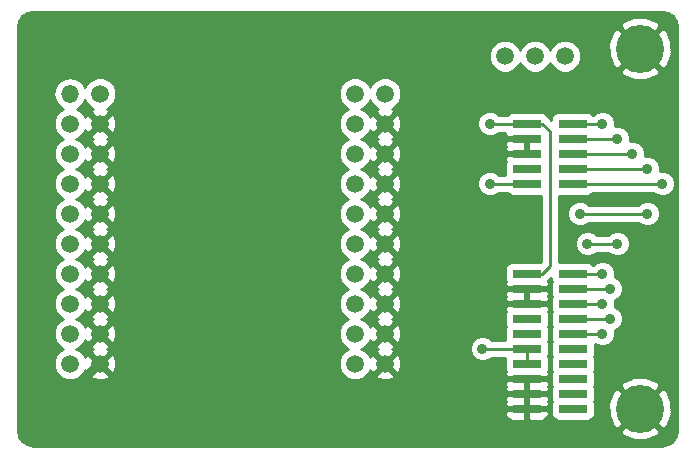
<source format=gtl>
G04 (created by PCBNEW (2013-may-18)-stable) date Wed 29 Apr 2015 08:57:56 PM CEST*
%MOIN*%
G04 Gerber Fmt 3.4, Leading zero omitted, Abs format*
%FSLAX34Y34*%
G01*
G70*
G90*
G04 APERTURE LIST*
%ADD10C,0.00590551*%
%ADD11C,0.0590551*%
%ADD12R,0.0944882X0.0295276*%
%ADD13O,0.0590551X0.0590551*%
%ADD14C,0.16*%
%ADD15C,0.035*%
%ADD16C,0.019685*%
%ADD17C,0.01*%
G04 APERTURE END LIST*
G54D10*
G54D11*
X42000Y-16250D03*
X41000Y-16250D03*
X40000Y-16250D03*
G54D12*
X40732Y-18500D03*
X42267Y-18500D03*
X40732Y-19000D03*
X42267Y-19000D03*
X40732Y-19500D03*
X42267Y-19500D03*
X40732Y-20000D03*
X42267Y-20000D03*
X40732Y-20500D03*
X42267Y-20500D03*
G54D11*
X35000Y-17500D03*
X36000Y-17500D03*
X35000Y-18500D03*
X36000Y-18500D03*
X35000Y-19500D03*
X36000Y-19500D03*
X35000Y-20500D03*
X36000Y-20500D03*
X35000Y-21500D03*
X36000Y-21500D03*
X35000Y-22500D03*
X36000Y-22500D03*
X35000Y-23500D03*
X36000Y-23500D03*
X35000Y-24500D03*
X36000Y-24500D03*
X35000Y-25500D03*
X36000Y-25500D03*
X35000Y-26500D03*
X36000Y-26500D03*
G54D13*
X25500Y-17500D03*
G54D11*
X26500Y-17500D03*
X25500Y-18500D03*
X26500Y-18500D03*
X25500Y-19500D03*
X26500Y-19500D03*
X25500Y-20500D03*
X26500Y-20500D03*
X25500Y-21500D03*
X26500Y-21500D03*
X25500Y-22500D03*
X26500Y-22500D03*
X25500Y-23500D03*
X26500Y-23500D03*
X25500Y-24500D03*
X26500Y-24500D03*
X25500Y-25500D03*
X26500Y-25500D03*
X25500Y-26500D03*
X26500Y-26500D03*
G54D12*
X40732Y-23500D03*
X42267Y-23500D03*
X40732Y-24000D03*
X42267Y-24000D03*
X40732Y-24500D03*
X42267Y-24500D03*
X40732Y-25000D03*
X42267Y-25000D03*
X40732Y-25500D03*
X42267Y-25500D03*
X40732Y-26000D03*
X42267Y-26000D03*
X40732Y-26500D03*
X42267Y-26500D03*
X40732Y-27000D03*
X42267Y-27000D03*
X40732Y-27500D03*
X42267Y-27500D03*
X40732Y-28000D03*
X42267Y-28000D03*
G54D14*
X44500Y-16000D03*
X44500Y-28000D03*
G54D15*
X31150Y-16350D03*
X31150Y-26650D03*
X45450Y-19850D03*
X45450Y-24550D03*
X41000Y-21100D03*
X41000Y-22900D03*
X42500Y-17750D03*
X39350Y-19550D03*
X40450Y-17750D03*
X42000Y-22900D03*
X42000Y-21100D03*
X35500Y-27500D03*
X35500Y-28900D03*
X35500Y-16500D03*
X35500Y-15100D03*
X24600Y-15800D03*
X27400Y-15800D03*
X39250Y-26000D03*
X24600Y-28200D03*
X27400Y-28200D03*
X39500Y-20500D03*
X45250Y-20500D03*
X43250Y-25500D03*
X43500Y-24000D03*
X43750Y-22500D03*
X42750Y-22500D03*
X43750Y-19000D03*
X43500Y-25000D03*
X44750Y-21500D03*
X42500Y-21500D03*
X44750Y-20000D03*
X43250Y-24500D03*
X44250Y-19500D03*
X43250Y-18500D03*
X43250Y-23500D03*
X39500Y-18500D03*
G54D16*
X31150Y-16550D02*
X31150Y-16350D01*
X45300Y-19700D02*
X45450Y-19850D01*
G54D17*
X35500Y-27500D02*
X35500Y-28900D01*
X35500Y-16500D02*
X35500Y-15100D01*
X24600Y-15800D02*
X27400Y-15800D01*
X40732Y-26000D02*
X40732Y-26500D01*
X39250Y-26000D02*
X40732Y-26000D01*
X26500Y-26500D02*
X26300Y-26500D01*
X26300Y-26500D02*
X24600Y-28200D01*
X39500Y-20500D02*
X40732Y-20500D01*
X42267Y-20500D02*
X45250Y-20500D01*
X43250Y-25500D02*
X42267Y-25500D01*
X42750Y-22500D02*
X43750Y-22500D01*
X42267Y-24000D02*
X43500Y-24000D01*
X43750Y-19000D02*
X42267Y-19000D01*
X42500Y-21500D02*
X44750Y-21500D01*
X42267Y-25000D02*
X43500Y-25000D01*
X44750Y-20000D02*
X42267Y-20000D01*
X42267Y-24500D02*
X43250Y-24500D01*
X44250Y-19500D02*
X42267Y-19500D01*
X42267Y-18500D02*
X43250Y-18500D01*
X43250Y-23500D02*
X42267Y-23500D01*
X40732Y-18500D02*
X39500Y-18500D01*
X40732Y-18500D02*
X41250Y-18500D01*
X41250Y-23500D02*
X40732Y-23500D01*
X41500Y-23250D02*
X41250Y-23500D01*
X41500Y-18750D02*
X41500Y-23250D01*
X41250Y-18500D02*
X41500Y-18750D01*
X45223Y-14769D02*
X24277Y-14769D01*
X45489Y-14849D02*
X24010Y-14849D01*
X45596Y-14929D02*
X23903Y-14929D01*
X44143Y-15009D02*
X23850Y-15009D01*
X45649Y-15009D02*
X44851Y-15009D01*
X43949Y-15089D02*
X23806Y-15089D01*
X45693Y-15089D02*
X45049Y-15089D01*
X43873Y-15169D02*
X23790Y-15169D01*
X45708Y-15169D02*
X45126Y-15169D01*
X43825Y-15249D02*
X23774Y-15249D01*
X45724Y-15249D02*
X45174Y-15249D01*
X43742Y-15329D02*
X23769Y-15329D01*
X43900Y-15329D02*
X43758Y-15329D01*
X45176Y-15329D02*
X45099Y-15329D01*
X45241Y-15329D02*
X45176Y-15329D01*
X45730Y-15329D02*
X45257Y-15329D01*
X43609Y-15409D02*
X23769Y-15409D01*
X43980Y-15409D02*
X43838Y-15409D01*
X45161Y-15409D02*
X45019Y-15409D01*
X45730Y-15409D02*
X45390Y-15409D01*
X43573Y-15489D02*
X23769Y-15489D01*
X44060Y-15489D02*
X43918Y-15489D01*
X45081Y-15489D02*
X44939Y-15489D01*
X45730Y-15489D02*
X45426Y-15489D01*
X43541Y-15569D02*
X23769Y-15569D01*
X44140Y-15569D02*
X43998Y-15569D01*
X45001Y-15569D02*
X44859Y-15569D01*
X45730Y-15569D02*
X45459Y-15569D01*
X43509Y-15649D02*
X23769Y-15649D01*
X44220Y-15649D02*
X44078Y-15649D01*
X44921Y-15649D02*
X44779Y-15649D01*
X45730Y-15649D02*
X45493Y-15649D01*
X39831Y-15729D02*
X23769Y-15729D01*
X40831Y-15729D02*
X40168Y-15729D01*
X41831Y-15729D02*
X41168Y-15729D01*
X43476Y-15729D02*
X42168Y-15729D01*
X44300Y-15729D02*
X44158Y-15729D01*
X44841Y-15729D02*
X44699Y-15729D01*
X45730Y-15729D02*
X45526Y-15729D01*
X39669Y-15809D02*
X23769Y-15809D01*
X40669Y-15809D02*
X40330Y-15809D01*
X41669Y-15809D02*
X41330Y-15809D01*
X43448Y-15809D02*
X42330Y-15809D01*
X44380Y-15809D02*
X44238Y-15809D01*
X44761Y-15809D02*
X44619Y-15809D01*
X45730Y-15809D02*
X45548Y-15809D01*
X39589Y-15889D02*
X23769Y-15889D01*
X40589Y-15889D02*
X40410Y-15889D01*
X41589Y-15889D02*
X41410Y-15889D01*
X43449Y-15889D02*
X42410Y-15889D01*
X44460Y-15889D02*
X44318Y-15889D01*
X44681Y-15889D02*
X44539Y-15889D01*
X45730Y-15889D02*
X45549Y-15889D01*
X39525Y-15969D02*
X23769Y-15969D01*
X40525Y-15969D02*
X40474Y-15969D01*
X41525Y-15969D02*
X41474Y-15969D01*
X43449Y-15969D02*
X42474Y-15969D01*
X44601Y-15969D02*
X44398Y-15969D01*
X45730Y-15969D02*
X45549Y-15969D01*
X39492Y-16049D02*
X23769Y-16049D01*
X43450Y-16049D02*
X42507Y-16049D01*
X44429Y-16049D02*
X44379Y-16049D01*
X44620Y-16049D02*
X44429Y-16049D01*
X45730Y-16049D02*
X45550Y-16049D01*
X39459Y-16129D02*
X23769Y-16129D01*
X43450Y-16129D02*
X42540Y-16129D01*
X44429Y-16129D02*
X44299Y-16129D01*
X44441Y-16129D02*
X44429Y-16129D01*
X44700Y-16129D02*
X44558Y-16129D01*
X45730Y-16129D02*
X45550Y-16129D01*
X39454Y-16209D02*
X23769Y-16209D01*
X42545Y-16209D02*
X42545Y-16209D01*
X43451Y-16209D02*
X42545Y-16209D01*
X44361Y-16209D02*
X44219Y-16209D01*
X44780Y-16209D02*
X44638Y-16209D01*
X45551Y-16209D02*
X45548Y-16209D01*
X45730Y-16209D02*
X45551Y-16209D01*
X39454Y-16289D02*
X23769Y-16289D01*
X42545Y-16289D02*
X42545Y-16289D01*
X43481Y-16289D02*
X42545Y-16289D01*
X44281Y-16289D02*
X44139Y-16289D01*
X44860Y-16289D02*
X44718Y-16289D01*
X45551Y-16289D02*
X45515Y-16289D01*
X45730Y-16289D02*
X45551Y-16289D01*
X39459Y-16369D02*
X23769Y-16369D01*
X42545Y-16369D02*
X42540Y-16369D01*
X43514Y-16369D02*
X42545Y-16369D01*
X44201Y-16369D02*
X44059Y-16369D01*
X44940Y-16369D02*
X44798Y-16369D01*
X45551Y-16369D02*
X45483Y-16369D01*
X45730Y-16369D02*
X45551Y-16369D01*
X39492Y-16449D02*
X23769Y-16449D01*
X42545Y-16449D02*
X42507Y-16449D01*
X43548Y-16449D02*
X42545Y-16449D01*
X44121Y-16449D02*
X43979Y-16449D01*
X45020Y-16449D02*
X44878Y-16449D01*
X45551Y-16449D02*
X45450Y-16449D01*
X45730Y-16449D02*
X45551Y-16449D01*
X39525Y-16529D02*
X23769Y-16529D01*
X40525Y-16529D02*
X40474Y-16529D01*
X41525Y-16529D02*
X41474Y-16529D01*
X42545Y-16529D02*
X42474Y-16529D01*
X43581Y-16529D02*
X42545Y-16529D01*
X44041Y-16529D02*
X43899Y-16529D01*
X45100Y-16529D02*
X44958Y-16529D01*
X45551Y-16529D02*
X45418Y-16529D01*
X45730Y-16529D02*
X45551Y-16529D01*
X39588Y-16609D02*
X23769Y-16609D01*
X40588Y-16609D02*
X40411Y-16609D01*
X41588Y-16609D02*
X41411Y-16609D01*
X42545Y-16609D02*
X42411Y-16609D01*
X43641Y-16609D02*
X42545Y-16609D01*
X43961Y-16609D02*
X43819Y-16609D01*
X45180Y-16609D02*
X45038Y-16609D01*
X45551Y-16609D02*
X45358Y-16609D01*
X45730Y-16609D02*
X45551Y-16609D01*
X39668Y-16689D02*
X23769Y-16689D01*
X40668Y-16689D02*
X40331Y-16689D01*
X41668Y-16689D02*
X41331Y-16689D01*
X42545Y-16689D02*
X42331Y-16689D01*
X43881Y-16689D02*
X42545Y-16689D01*
X45551Y-16689D02*
X45118Y-16689D01*
X45730Y-16689D02*
X45551Y-16689D01*
X39829Y-16769D02*
X23769Y-16769D01*
X40829Y-16769D02*
X40170Y-16769D01*
X41829Y-16769D02*
X41170Y-16769D01*
X42545Y-16769D02*
X42170Y-16769D01*
X43836Y-16769D02*
X42545Y-16769D01*
X45176Y-16769D02*
X45163Y-16769D01*
X45551Y-16769D02*
X45176Y-16769D01*
X45730Y-16769D02*
X45551Y-16769D01*
X42545Y-16849D02*
X23769Y-16849D01*
X43884Y-16849D02*
X42545Y-16849D01*
X45176Y-16849D02*
X45115Y-16849D01*
X45551Y-16849D02*
X45176Y-16849D01*
X45730Y-16849D02*
X45551Y-16849D01*
X42545Y-16929D02*
X23769Y-16929D01*
X43998Y-16929D02*
X42545Y-16929D01*
X45176Y-16929D02*
X45003Y-16929D01*
X45551Y-16929D02*
X45176Y-16929D01*
X45730Y-16929D02*
X45551Y-16929D01*
X25260Y-17009D02*
X23769Y-17009D01*
X26258Y-17009D02*
X25739Y-17009D01*
X34758Y-17009D02*
X26741Y-17009D01*
X35758Y-17009D02*
X35241Y-17009D01*
X42545Y-17009D02*
X36241Y-17009D01*
X44195Y-17009D02*
X42545Y-17009D01*
X45176Y-17009D02*
X44810Y-17009D01*
X45551Y-17009D02*
X45176Y-17009D01*
X45730Y-17009D02*
X45551Y-17009D01*
X25140Y-17089D02*
X23769Y-17089D01*
X26139Y-17089D02*
X25859Y-17089D01*
X34639Y-17089D02*
X26860Y-17089D01*
X35639Y-17089D02*
X35360Y-17089D01*
X42545Y-17089D02*
X36360Y-17089D01*
X45176Y-17089D02*
X42545Y-17089D01*
X45551Y-17089D02*
X45176Y-17089D01*
X45730Y-17089D02*
X45551Y-17089D01*
X25066Y-17169D02*
X23769Y-17169D01*
X26059Y-17169D02*
X25933Y-17169D01*
X34559Y-17169D02*
X26940Y-17169D01*
X35559Y-17169D02*
X35440Y-17169D01*
X42545Y-17169D02*
X36440Y-17169D01*
X45176Y-17169D02*
X42545Y-17169D01*
X45551Y-17169D02*
X45176Y-17169D01*
X45730Y-17169D02*
X45551Y-17169D01*
X25013Y-17249D02*
X23769Y-17249D01*
X26013Y-17249D02*
X25986Y-17249D01*
X34513Y-17249D02*
X26986Y-17249D01*
X35513Y-17249D02*
X35486Y-17249D01*
X42545Y-17249D02*
X36486Y-17249D01*
X45176Y-17249D02*
X42545Y-17249D01*
X45551Y-17249D02*
X45176Y-17249D01*
X45730Y-17249D02*
X45551Y-17249D01*
X24977Y-17329D02*
X23769Y-17329D01*
X34480Y-17329D02*
X27019Y-17329D01*
X42545Y-17329D02*
X36519Y-17329D01*
X45176Y-17329D02*
X42545Y-17329D01*
X45551Y-17329D02*
X45176Y-17329D01*
X45730Y-17329D02*
X45551Y-17329D01*
X24962Y-17409D02*
X23769Y-17409D01*
X27045Y-17409D02*
X27045Y-17409D01*
X34454Y-17409D02*
X27045Y-17409D01*
X36545Y-17409D02*
X36545Y-17409D01*
X42545Y-17409D02*
X36545Y-17409D01*
X45176Y-17409D02*
X42545Y-17409D01*
X45551Y-17409D02*
X45176Y-17409D01*
X45730Y-17409D02*
X45551Y-17409D01*
X24946Y-17489D02*
X23769Y-17489D01*
X27045Y-17489D02*
X27045Y-17489D01*
X34454Y-17489D02*
X27045Y-17489D01*
X36545Y-17489D02*
X36545Y-17489D01*
X42545Y-17489D02*
X36545Y-17489D01*
X45176Y-17489D02*
X42545Y-17489D01*
X45551Y-17489D02*
X45176Y-17489D01*
X45730Y-17489D02*
X45551Y-17489D01*
X24957Y-17569D02*
X23769Y-17569D01*
X27045Y-17569D02*
X27045Y-17569D01*
X34454Y-17569D02*
X27045Y-17569D01*
X36545Y-17569D02*
X36545Y-17569D01*
X42545Y-17569D02*
X36545Y-17569D01*
X45176Y-17569D02*
X42545Y-17569D01*
X45551Y-17569D02*
X45176Y-17569D01*
X45730Y-17569D02*
X45551Y-17569D01*
X24973Y-17649D02*
X23769Y-17649D01*
X27045Y-17649D02*
X27028Y-17649D01*
X34471Y-17649D02*
X27045Y-17649D01*
X36545Y-17649D02*
X36528Y-17649D01*
X42545Y-17649D02*
X36545Y-17649D01*
X45176Y-17649D02*
X42545Y-17649D01*
X45551Y-17649D02*
X45176Y-17649D01*
X45730Y-17649D02*
X45551Y-17649D01*
X24999Y-17729D02*
X23769Y-17729D01*
X26004Y-17729D02*
X26000Y-17729D01*
X27045Y-17729D02*
X26995Y-17729D01*
X34504Y-17729D02*
X27045Y-17729D01*
X35504Y-17729D02*
X35495Y-17729D01*
X36545Y-17729D02*
X36495Y-17729D01*
X42545Y-17729D02*
X36545Y-17729D01*
X45176Y-17729D02*
X42545Y-17729D01*
X45551Y-17729D02*
X45176Y-17729D01*
X45730Y-17729D02*
X45551Y-17729D01*
X25053Y-17809D02*
X23769Y-17809D01*
X26038Y-17809D02*
X25946Y-17809D01*
X27045Y-17809D02*
X26961Y-17809D01*
X34538Y-17809D02*
X27045Y-17809D01*
X35538Y-17809D02*
X35461Y-17809D01*
X36545Y-17809D02*
X36461Y-17809D01*
X42545Y-17809D02*
X36545Y-17809D01*
X45176Y-17809D02*
X42545Y-17809D01*
X45551Y-17809D02*
X45176Y-17809D01*
X45730Y-17809D02*
X45551Y-17809D01*
X25109Y-17889D02*
X23769Y-17889D01*
X26118Y-17889D02*
X25890Y-17889D01*
X27045Y-17889D02*
X26881Y-17889D01*
X34618Y-17889D02*
X27045Y-17889D01*
X35618Y-17889D02*
X35381Y-17889D01*
X36545Y-17889D02*
X36381Y-17889D01*
X42545Y-17889D02*
X36545Y-17889D01*
X45176Y-17889D02*
X42545Y-17889D01*
X45551Y-17889D02*
X45176Y-17889D01*
X45730Y-17889D02*
X45551Y-17889D01*
X25229Y-17969D02*
X23769Y-17969D01*
X26209Y-17969D02*
X25770Y-17969D01*
X27045Y-17969D02*
X26791Y-17969D01*
X34709Y-17969D02*
X27045Y-17969D01*
X35709Y-17969D02*
X35291Y-17969D01*
X36545Y-17969D02*
X36291Y-17969D01*
X42545Y-17969D02*
X36545Y-17969D01*
X45176Y-17969D02*
X42545Y-17969D01*
X45551Y-17969D02*
X45176Y-17969D01*
X45730Y-17969D02*
X45551Y-17969D01*
X25179Y-18049D02*
X23769Y-18049D01*
X26207Y-18049D02*
X25820Y-18049D01*
X27045Y-18049D02*
X26792Y-18049D01*
X34679Y-18049D02*
X27045Y-18049D01*
X35707Y-18049D02*
X35320Y-18049D01*
X36545Y-18049D02*
X36292Y-18049D01*
X42545Y-18049D02*
X36545Y-18049D01*
X45176Y-18049D02*
X42545Y-18049D01*
X45551Y-18049D02*
X45176Y-18049D01*
X45730Y-18049D02*
X45551Y-18049D01*
X25099Y-18129D02*
X23769Y-18129D01*
X26200Y-18129D02*
X25900Y-18129D01*
X27045Y-18129D02*
X26799Y-18129D01*
X34599Y-18129D02*
X27045Y-18129D01*
X35700Y-18129D02*
X35400Y-18129D01*
X36545Y-18129D02*
X36299Y-18129D01*
X39283Y-18129D02*
X36545Y-18129D01*
X40144Y-18129D02*
X39716Y-18129D01*
X41679Y-18129D02*
X41320Y-18129D01*
X43033Y-18129D02*
X42855Y-18129D01*
X45176Y-18129D02*
X43466Y-18129D01*
X45551Y-18129D02*
X45176Y-18129D01*
X45730Y-18129D02*
X45551Y-18129D01*
X25030Y-18209D02*
X23769Y-18209D01*
X26041Y-18209D02*
X25970Y-18209D01*
X26280Y-18209D02*
X26138Y-18209D01*
X26861Y-18209D02*
X26719Y-18209D01*
X27045Y-18209D02*
X26958Y-18209D01*
X34530Y-18209D02*
X27045Y-18209D01*
X35541Y-18209D02*
X35470Y-18209D01*
X35780Y-18209D02*
X35638Y-18209D01*
X36361Y-18209D02*
X36219Y-18209D01*
X36545Y-18209D02*
X36458Y-18209D01*
X39189Y-18209D02*
X36545Y-18209D01*
X41584Y-18209D02*
X41415Y-18209D01*
X45176Y-18209D02*
X43560Y-18209D01*
X45551Y-18209D02*
X45176Y-18209D01*
X45730Y-18209D02*
X45551Y-18209D01*
X24996Y-18289D02*
X23769Y-18289D01*
X26360Y-18289D02*
X26218Y-18289D01*
X26781Y-18289D02*
X26639Y-18289D01*
X27045Y-18289D02*
X27008Y-18289D01*
X34496Y-18289D02*
X27045Y-18289D01*
X35860Y-18289D02*
X35718Y-18289D01*
X36281Y-18289D02*
X36139Y-18289D01*
X36545Y-18289D02*
X36508Y-18289D01*
X39127Y-18289D02*
X36545Y-18289D01*
X41550Y-18289D02*
X41463Y-18289D01*
X45176Y-18289D02*
X43622Y-18289D01*
X45551Y-18289D02*
X45176Y-18289D01*
X45730Y-18289D02*
X45551Y-18289D01*
X24963Y-18369D02*
X23769Y-18369D01*
X26440Y-18369D02*
X26298Y-18369D01*
X26701Y-18369D02*
X26559Y-18369D01*
X27045Y-18369D02*
X27039Y-18369D01*
X34463Y-18369D02*
X27045Y-18369D01*
X35940Y-18369D02*
X35798Y-18369D01*
X36201Y-18369D02*
X36059Y-18369D01*
X36545Y-18369D02*
X36539Y-18369D01*
X39093Y-18369D02*
X36545Y-18369D01*
X41545Y-18369D02*
X41543Y-18369D01*
X45176Y-18369D02*
X43656Y-18369D01*
X45551Y-18369D02*
X45176Y-18369D01*
X45730Y-18369D02*
X45551Y-18369D01*
X24954Y-18449D02*
X23769Y-18449D01*
X26621Y-18449D02*
X26378Y-18449D01*
X27045Y-18449D02*
X27043Y-18449D01*
X34454Y-18449D02*
X27045Y-18449D01*
X36121Y-18449D02*
X35878Y-18449D01*
X36545Y-18449D02*
X36543Y-18449D01*
X39075Y-18449D02*
X36545Y-18449D01*
X45176Y-18449D02*
X43675Y-18449D01*
X45551Y-18449D02*
X45176Y-18449D01*
X45730Y-18449D02*
X45551Y-18449D01*
X24954Y-18529D02*
X23769Y-18529D01*
X26600Y-18529D02*
X26399Y-18529D01*
X34454Y-18529D02*
X27047Y-18529D01*
X36100Y-18529D02*
X35899Y-18529D01*
X39074Y-18529D02*
X36547Y-18529D01*
X45176Y-18529D02*
X43674Y-18529D01*
X45551Y-18529D02*
X45176Y-18529D01*
X45730Y-18529D02*
X45551Y-18529D01*
X24955Y-18609D02*
X23769Y-18609D01*
X26461Y-18609D02*
X26319Y-18609D01*
X26680Y-18609D02*
X26538Y-18609D01*
X27050Y-18609D02*
X27039Y-18609D01*
X34455Y-18609D02*
X27050Y-18609D01*
X35961Y-18609D02*
X35819Y-18609D01*
X36180Y-18609D02*
X36038Y-18609D01*
X36550Y-18609D02*
X36539Y-18609D01*
X39085Y-18609D02*
X36550Y-18609D01*
X45176Y-18609D02*
X43918Y-18609D01*
X45551Y-18609D02*
X45176Y-18609D01*
X45730Y-18609D02*
X45551Y-18609D01*
X24988Y-18689D02*
X23769Y-18689D01*
X26381Y-18689D02*
X26239Y-18689D01*
X26760Y-18689D02*
X26618Y-18689D01*
X27050Y-18689D02*
X27011Y-18689D01*
X34488Y-18689D02*
X27050Y-18689D01*
X35881Y-18689D02*
X35739Y-18689D01*
X36260Y-18689D02*
X36118Y-18689D01*
X36550Y-18689D02*
X36511Y-18689D01*
X39118Y-18689D02*
X36550Y-18689D01*
X45176Y-18689D02*
X44040Y-18689D01*
X45551Y-18689D02*
X45176Y-18689D01*
X45730Y-18689D02*
X45551Y-18689D01*
X25021Y-18769D02*
X23769Y-18769D01*
X26016Y-18769D02*
X25978Y-18769D01*
X26301Y-18769D02*
X26159Y-18769D01*
X26840Y-18769D02*
X26698Y-18769D01*
X27050Y-18769D02*
X26982Y-18769D01*
X34521Y-18769D02*
X27050Y-18769D01*
X35516Y-18769D02*
X35478Y-18769D01*
X35801Y-18769D02*
X35659Y-18769D01*
X36340Y-18769D02*
X36198Y-18769D01*
X36550Y-18769D02*
X36482Y-18769D01*
X39168Y-18769D02*
X36550Y-18769D01*
X45176Y-18769D02*
X44114Y-18769D01*
X45551Y-18769D02*
X45176Y-18769D01*
X45730Y-18769D02*
X45551Y-18769D01*
X25078Y-18849D02*
X23769Y-18849D01*
X26221Y-18849D02*
X25921Y-18849D01*
X27050Y-18849D02*
X26778Y-18849D01*
X34578Y-18849D02*
X27050Y-18849D01*
X35721Y-18849D02*
X35421Y-18849D01*
X36550Y-18849D02*
X36278Y-18849D01*
X39248Y-18849D02*
X36550Y-18849D01*
X40009Y-18849D02*
X39751Y-18849D01*
X45176Y-18849D02*
X44147Y-18849D01*
X45551Y-18849D02*
X45176Y-18849D01*
X45730Y-18849D02*
X45551Y-18849D01*
X25158Y-18929D02*
X23769Y-18929D01*
X26201Y-18929D02*
X25841Y-18929D01*
X27050Y-18929D02*
X26798Y-18929D01*
X34658Y-18929D02*
X27050Y-18929D01*
X35701Y-18929D02*
X35341Y-18929D01*
X36550Y-18929D02*
X36298Y-18929D01*
X40052Y-18929D02*
X36550Y-18929D01*
X45176Y-18929D02*
X44175Y-18929D01*
X45551Y-18929D02*
X45176Y-18929D01*
X45730Y-18929D02*
X45551Y-18929D01*
X25258Y-19009D02*
X23769Y-19009D01*
X26246Y-19009D02*
X25741Y-19009D01*
X27050Y-19009D02*
X26748Y-19009D01*
X34758Y-19009D02*
X27050Y-19009D01*
X35746Y-19009D02*
X35241Y-19009D01*
X36550Y-19009D02*
X36248Y-19009D01*
X40790Y-19009D02*
X36550Y-19009D01*
X45176Y-19009D02*
X44174Y-19009D01*
X45551Y-19009D02*
X45176Y-19009D01*
X45730Y-19009D02*
X45551Y-19009D01*
X25139Y-19089D02*
X23769Y-19089D01*
X26196Y-19089D02*
X25860Y-19089D01*
X27050Y-19089D02*
X26803Y-19089D01*
X34639Y-19089D02*
X27050Y-19089D01*
X35696Y-19089D02*
X35360Y-19089D01*
X36550Y-19089D02*
X36303Y-19089D01*
X40032Y-19089D02*
X36550Y-19089D01*
X40782Y-19089D02*
X40682Y-19089D01*
X45176Y-19089D02*
X44370Y-19089D01*
X45551Y-19089D02*
X45176Y-19089D01*
X45730Y-19089D02*
X45551Y-19089D01*
X25059Y-19169D02*
X23769Y-19169D01*
X26240Y-19169D02*
X25940Y-19169D01*
X26811Y-19169D02*
X26759Y-19169D01*
X27050Y-19169D02*
X26811Y-19169D01*
X34559Y-19169D02*
X27050Y-19169D01*
X35740Y-19169D02*
X35440Y-19169D01*
X36311Y-19169D02*
X36259Y-19169D01*
X36550Y-19169D02*
X36311Y-19169D01*
X40009Y-19169D02*
X36550Y-19169D01*
X40782Y-19169D02*
X40682Y-19169D01*
X45176Y-19169D02*
X44520Y-19169D01*
X45551Y-19169D02*
X45176Y-19169D01*
X45730Y-19169D02*
X45551Y-19169D01*
X25013Y-19249D02*
X23769Y-19249D01*
X26010Y-19249D02*
X25986Y-19249D01*
X26320Y-19249D02*
X26178Y-19249D01*
X26811Y-19249D02*
X26679Y-19249D01*
X26821Y-19249D02*
X26811Y-19249D01*
X27050Y-19249D02*
X26991Y-19249D01*
X34513Y-19249D02*
X27050Y-19249D01*
X35510Y-19249D02*
X35486Y-19249D01*
X35820Y-19249D02*
X35678Y-19249D01*
X36311Y-19249D02*
X36179Y-19249D01*
X36321Y-19249D02*
X36311Y-19249D01*
X36550Y-19249D02*
X36491Y-19249D01*
X40031Y-19249D02*
X36550Y-19249D01*
X40782Y-19249D02*
X40682Y-19249D01*
X45176Y-19249D02*
X44600Y-19249D01*
X45551Y-19249D02*
X45176Y-19249D01*
X45730Y-19249D02*
X45551Y-19249D01*
X24980Y-19329D02*
X23769Y-19329D01*
X26400Y-19329D02*
X26258Y-19329D01*
X26741Y-19329D02*
X26599Y-19329D01*
X27050Y-19329D02*
X27024Y-19329D01*
X34480Y-19329D02*
X27050Y-19329D01*
X35900Y-19329D02*
X35758Y-19329D01*
X36241Y-19329D02*
X36099Y-19329D01*
X36550Y-19329D02*
X36524Y-19329D01*
X40009Y-19329D02*
X36550Y-19329D01*
X40782Y-19329D02*
X40682Y-19329D01*
X45176Y-19329D02*
X44639Y-19329D01*
X45551Y-19329D02*
X45176Y-19329D01*
X45730Y-19329D02*
X45551Y-19329D01*
X24954Y-19409D02*
X23769Y-19409D01*
X26480Y-19409D02*
X26338Y-19409D01*
X26661Y-19409D02*
X26519Y-19409D01*
X27050Y-19409D02*
X27041Y-19409D01*
X34454Y-19409D02*
X27050Y-19409D01*
X35980Y-19409D02*
X35838Y-19409D01*
X36161Y-19409D02*
X36019Y-19409D01*
X36550Y-19409D02*
X36541Y-19409D01*
X40032Y-19409D02*
X36550Y-19409D01*
X40782Y-19409D02*
X40682Y-19409D01*
X45176Y-19409D02*
X44672Y-19409D01*
X45551Y-19409D02*
X45176Y-19409D01*
X45730Y-19409D02*
X45551Y-19409D01*
X24954Y-19489D02*
X23769Y-19489D01*
X26581Y-19489D02*
X26418Y-19489D01*
X27050Y-19489D02*
X27045Y-19489D01*
X34454Y-19489D02*
X27050Y-19489D01*
X36081Y-19489D02*
X35918Y-19489D01*
X36550Y-19489D02*
X36545Y-19489D01*
X40682Y-19489D02*
X36550Y-19489D01*
X40790Y-19489D02*
X40682Y-19489D01*
X45176Y-19489D02*
X44675Y-19489D01*
X45551Y-19489D02*
X45176Y-19489D01*
X45730Y-19489D02*
X45551Y-19489D01*
X24954Y-19569D02*
X23769Y-19569D01*
X26640Y-19569D02*
X26359Y-19569D01*
X27050Y-19569D02*
X27049Y-19569D01*
X34454Y-19569D02*
X27050Y-19569D01*
X36140Y-19569D02*
X35859Y-19569D01*
X36550Y-19569D02*
X36549Y-19569D01*
X40052Y-19569D02*
X36550Y-19569D01*
X45176Y-19569D02*
X44674Y-19569D01*
X45551Y-19569D02*
X45176Y-19569D01*
X45730Y-19569D02*
X45551Y-19569D01*
X24971Y-19649D02*
X23769Y-19649D01*
X26421Y-19649D02*
X26279Y-19649D01*
X26720Y-19649D02*
X26578Y-19649D01*
X27050Y-19649D02*
X27025Y-19649D01*
X34471Y-19649D02*
X27050Y-19649D01*
X35921Y-19649D02*
X35779Y-19649D01*
X36220Y-19649D02*
X36078Y-19649D01*
X36550Y-19649D02*
X36525Y-19649D01*
X40009Y-19649D02*
X36550Y-19649D01*
X45176Y-19649D02*
X45000Y-19649D01*
X45551Y-19649D02*
X45176Y-19649D01*
X45730Y-19649D02*
X45551Y-19649D01*
X25004Y-19729D02*
X23769Y-19729D01*
X25999Y-19729D02*
X25995Y-19729D01*
X26341Y-19729D02*
X26199Y-19729D01*
X26800Y-19729D02*
X26658Y-19729D01*
X27050Y-19729D02*
X26997Y-19729D01*
X34504Y-19729D02*
X27050Y-19729D01*
X35499Y-19729D02*
X35495Y-19729D01*
X35841Y-19729D02*
X35699Y-19729D01*
X36300Y-19729D02*
X36158Y-19729D01*
X36550Y-19729D02*
X36497Y-19729D01*
X40023Y-19729D02*
X36550Y-19729D01*
X45176Y-19729D02*
X45080Y-19729D01*
X45551Y-19729D02*
X45176Y-19729D01*
X45730Y-19729D02*
X45551Y-19729D01*
X25038Y-19809D02*
X23769Y-19809D01*
X26110Y-19809D02*
X25961Y-19809D01*
X26261Y-19809D02*
X26119Y-19809D01*
X26880Y-19809D02*
X26738Y-19809D01*
X27050Y-19809D02*
X26889Y-19809D01*
X34538Y-19809D02*
X27050Y-19809D01*
X35610Y-19809D02*
X35461Y-19809D01*
X35761Y-19809D02*
X35619Y-19809D01*
X36380Y-19809D02*
X36238Y-19809D01*
X36550Y-19809D02*
X36389Y-19809D01*
X40009Y-19809D02*
X36550Y-19809D01*
X45176Y-19809D02*
X45131Y-19809D01*
X45551Y-19809D02*
X45176Y-19809D01*
X45730Y-19809D02*
X45551Y-19809D01*
X25118Y-19889D02*
X23769Y-19889D01*
X26190Y-19889D02*
X25881Y-19889D01*
X27050Y-19889D02*
X26809Y-19889D01*
X34618Y-19889D02*
X27050Y-19889D01*
X35690Y-19889D02*
X35381Y-19889D01*
X36550Y-19889D02*
X36309Y-19889D01*
X40009Y-19889D02*
X36550Y-19889D01*
X45176Y-19889D02*
X45164Y-19889D01*
X45551Y-19889D02*
X45176Y-19889D01*
X45730Y-19889D02*
X45551Y-19889D01*
X25209Y-19969D02*
X23769Y-19969D01*
X26212Y-19969D02*
X25791Y-19969D01*
X27050Y-19969D02*
X26787Y-19969D01*
X34709Y-19969D02*
X27050Y-19969D01*
X35712Y-19969D02*
X35291Y-19969D01*
X36550Y-19969D02*
X36287Y-19969D01*
X40009Y-19969D02*
X36550Y-19969D01*
X45176Y-19969D02*
X45175Y-19969D01*
X45551Y-19969D02*
X45176Y-19969D01*
X45730Y-19969D02*
X45551Y-19969D01*
X25179Y-20049D02*
X23769Y-20049D01*
X26207Y-20049D02*
X25820Y-20049D01*
X27050Y-20049D02*
X26792Y-20049D01*
X34679Y-20049D02*
X27050Y-20049D01*
X35707Y-20049D02*
X35320Y-20049D01*
X36550Y-20049D02*
X36292Y-20049D01*
X40009Y-20049D02*
X36550Y-20049D01*
X45176Y-20049D02*
X45174Y-20049D01*
X45551Y-20049D02*
X45176Y-20049D01*
X45730Y-20049D02*
X45551Y-20049D01*
X25099Y-20129D02*
X23769Y-20129D01*
X26200Y-20129D02*
X25900Y-20129D01*
X26811Y-20129D02*
X26799Y-20129D01*
X27050Y-20129D02*
X26811Y-20129D01*
X34599Y-20129D02*
X27050Y-20129D01*
X35700Y-20129D02*
X35400Y-20129D01*
X36311Y-20129D02*
X36299Y-20129D01*
X36550Y-20129D02*
X36311Y-20129D01*
X39283Y-20129D02*
X36550Y-20129D01*
X40009Y-20129D02*
X39716Y-20129D01*
X45551Y-20129D02*
X45466Y-20129D01*
X45730Y-20129D02*
X45551Y-20129D01*
X25030Y-20209D02*
X23769Y-20209D01*
X26041Y-20209D02*
X25970Y-20209D01*
X26280Y-20209D02*
X26138Y-20209D01*
X26811Y-20209D02*
X26719Y-20209D01*
X26861Y-20209D02*
X26811Y-20209D01*
X27050Y-20209D02*
X26958Y-20209D01*
X34530Y-20209D02*
X27050Y-20209D01*
X35541Y-20209D02*
X35470Y-20209D01*
X35780Y-20209D02*
X35638Y-20209D01*
X36311Y-20209D02*
X36219Y-20209D01*
X36361Y-20209D02*
X36311Y-20209D01*
X36550Y-20209D02*
X36458Y-20209D01*
X39189Y-20209D02*
X36550Y-20209D01*
X45730Y-20209D02*
X45560Y-20209D01*
X24996Y-20289D02*
X23769Y-20289D01*
X26360Y-20289D02*
X26218Y-20289D01*
X26781Y-20289D02*
X26639Y-20289D01*
X27050Y-20289D02*
X27008Y-20289D01*
X34496Y-20289D02*
X27050Y-20289D01*
X35860Y-20289D02*
X35718Y-20289D01*
X36281Y-20289D02*
X36139Y-20289D01*
X36550Y-20289D02*
X36508Y-20289D01*
X39127Y-20289D02*
X36550Y-20289D01*
X45730Y-20289D02*
X45622Y-20289D01*
X24963Y-20369D02*
X23769Y-20369D01*
X26440Y-20369D02*
X26298Y-20369D01*
X26701Y-20369D02*
X26559Y-20369D01*
X27050Y-20369D02*
X27039Y-20369D01*
X34463Y-20369D02*
X27050Y-20369D01*
X35940Y-20369D02*
X35798Y-20369D01*
X36201Y-20369D02*
X36059Y-20369D01*
X36550Y-20369D02*
X36539Y-20369D01*
X39093Y-20369D02*
X36550Y-20369D01*
X45730Y-20369D02*
X45656Y-20369D01*
X24954Y-20449D02*
X23769Y-20449D01*
X26621Y-20449D02*
X26378Y-20449D01*
X27050Y-20449D02*
X27043Y-20449D01*
X34454Y-20449D02*
X27050Y-20449D01*
X36121Y-20449D02*
X35878Y-20449D01*
X36550Y-20449D02*
X36543Y-20449D01*
X39075Y-20449D02*
X36550Y-20449D01*
X45675Y-20449D02*
X45675Y-20449D01*
X45730Y-20449D02*
X45675Y-20449D01*
X24954Y-20529D02*
X23769Y-20529D01*
X26600Y-20529D02*
X26399Y-20529D01*
X27050Y-20529D02*
X27047Y-20529D01*
X34454Y-20529D02*
X27050Y-20529D01*
X36100Y-20529D02*
X35899Y-20529D01*
X36550Y-20529D02*
X36547Y-20529D01*
X39074Y-20529D02*
X36550Y-20529D01*
X45675Y-20529D02*
X45674Y-20529D01*
X45730Y-20529D02*
X45675Y-20529D01*
X24955Y-20609D02*
X23769Y-20609D01*
X26461Y-20609D02*
X26319Y-20609D01*
X26680Y-20609D02*
X26538Y-20609D01*
X27050Y-20609D02*
X27039Y-20609D01*
X34455Y-20609D02*
X27050Y-20609D01*
X35961Y-20609D02*
X35819Y-20609D01*
X36180Y-20609D02*
X36038Y-20609D01*
X36550Y-20609D02*
X36539Y-20609D01*
X39085Y-20609D02*
X36550Y-20609D01*
X45675Y-20609D02*
X45664Y-20609D01*
X45730Y-20609D02*
X45675Y-20609D01*
X24988Y-20689D02*
X23769Y-20689D01*
X26381Y-20689D02*
X26239Y-20689D01*
X26760Y-20689D02*
X26618Y-20689D01*
X27050Y-20689D02*
X27011Y-20689D01*
X34488Y-20689D02*
X27050Y-20689D01*
X35881Y-20689D02*
X35739Y-20689D01*
X36260Y-20689D02*
X36118Y-20689D01*
X36550Y-20689D02*
X36511Y-20689D01*
X39118Y-20689D02*
X36550Y-20689D01*
X45675Y-20689D02*
X45631Y-20689D01*
X45730Y-20689D02*
X45675Y-20689D01*
X25021Y-20769D02*
X23769Y-20769D01*
X26016Y-20769D02*
X25978Y-20769D01*
X26301Y-20769D02*
X26159Y-20769D01*
X26840Y-20769D02*
X26698Y-20769D01*
X27050Y-20769D02*
X26982Y-20769D01*
X34521Y-20769D02*
X27050Y-20769D01*
X35516Y-20769D02*
X35478Y-20769D01*
X35801Y-20769D02*
X35659Y-20769D01*
X36340Y-20769D02*
X36198Y-20769D01*
X36550Y-20769D02*
X36482Y-20769D01*
X39168Y-20769D02*
X36550Y-20769D01*
X45675Y-20769D02*
X45581Y-20769D01*
X45730Y-20769D02*
X45675Y-20769D01*
X25078Y-20849D02*
X23769Y-20849D01*
X26221Y-20849D02*
X25921Y-20849D01*
X27050Y-20849D02*
X26778Y-20849D01*
X34578Y-20849D02*
X27050Y-20849D01*
X35721Y-20849D02*
X35421Y-20849D01*
X36550Y-20849D02*
X36278Y-20849D01*
X39248Y-20849D02*
X36550Y-20849D01*
X40108Y-20849D02*
X39751Y-20849D01*
X44998Y-20849D02*
X42891Y-20849D01*
X45675Y-20849D02*
X45501Y-20849D01*
X45730Y-20849D02*
X45675Y-20849D01*
X25158Y-20929D02*
X23769Y-20929D01*
X26201Y-20929D02*
X25841Y-20929D01*
X27050Y-20929D02*
X26798Y-20929D01*
X34658Y-20929D02*
X27050Y-20929D01*
X35701Y-20929D02*
X35341Y-20929D01*
X36550Y-20929D02*
X36298Y-20929D01*
X41200Y-20929D02*
X36550Y-20929D01*
X45675Y-20929D02*
X41800Y-20929D01*
X45730Y-20929D02*
X45675Y-20929D01*
X25258Y-21009D02*
X23769Y-21009D01*
X26246Y-21009D02*
X25741Y-21009D01*
X27050Y-21009D02*
X26748Y-21009D01*
X34758Y-21009D02*
X27050Y-21009D01*
X35746Y-21009D02*
X35241Y-21009D01*
X36550Y-21009D02*
X36248Y-21009D01*
X41200Y-21009D02*
X36550Y-21009D01*
X45675Y-21009D02*
X41800Y-21009D01*
X45730Y-21009D02*
X45675Y-21009D01*
X25139Y-21089D02*
X23769Y-21089D01*
X26196Y-21089D02*
X25860Y-21089D01*
X27050Y-21089D02*
X26803Y-21089D01*
X34639Y-21089D02*
X27050Y-21089D01*
X35696Y-21089D02*
X35360Y-21089D01*
X36550Y-21089D02*
X36303Y-21089D01*
X41200Y-21089D02*
X36550Y-21089D01*
X42380Y-21089D02*
X41800Y-21089D01*
X44630Y-21089D02*
X42620Y-21089D01*
X45675Y-21089D02*
X44870Y-21089D01*
X45730Y-21089D02*
X45675Y-21089D01*
X25059Y-21169D02*
X23769Y-21169D01*
X26240Y-21169D02*
X25940Y-21169D01*
X26811Y-21169D02*
X26759Y-21169D01*
X27050Y-21169D02*
X26811Y-21169D01*
X34559Y-21169D02*
X27050Y-21169D01*
X35740Y-21169D02*
X35440Y-21169D01*
X36311Y-21169D02*
X36259Y-21169D01*
X36550Y-21169D02*
X36311Y-21169D01*
X41200Y-21169D02*
X36550Y-21169D01*
X42229Y-21169D02*
X41800Y-21169D01*
X44479Y-21169D02*
X42770Y-21169D01*
X45675Y-21169D02*
X45020Y-21169D01*
X45730Y-21169D02*
X45675Y-21169D01*
X25013Y-21249D02*
X23769Y-21249D01*
X26010Y-21249D02*
X25986Y-21249D01*
X26320Y-21249D02*
X26178Y-21249D01*
X26811Y-21249D02*
X26679Y-21249D01*
X26821Y-21249D02*
X26811Y-21249D01*
X27050Y-21249D02*
X26991Y-21249D01*
X34513Y-21249D02*
X27050Y-21249D01*
X35510Y-21249D02*
X35486Y-21249D01*
X35820Y-21249D02*
X35678Y-21249D01*
X36311Y-21249D02*
X36179Y-21249D01*
X36321Y-21249D02*
X36311Y-21249D01*
X36550Y-21249D02*
X36491Y-21249D01*
X41200Y-21249D02*
X36550Y-21249D01*
X42149Y-21249D02*
X41800Y-21249D01*
X45675Y-21249D02*
X45100Y-21249D01*
X45730Y-21249D02*
X45675Y-21249D01*
X24980Y-21329D02*
X23769Y-21329D01*
X26400Y-21329D02*
X26258Y-21329D01*
X26741Y-21329D02*
X26599Y-21329D01*
X27050Y-21329D02*
X27024Y-21329D01*
X34480Y-21329D02*
X27050Y-21329D01*
X35900Y-21329D02*
X35758Y-21329D01*
X36241Y-21329D02*
X36099Y-21329D01*
X36550Y-21329D02*
X36524Y-21329D01*
X41200Y-21329D02*
X36550Y-21329D01*
X42110Y-21329D02*
X41800Y-21329D01*
X45675Y-21329D02*
X45139Y-21329D01*
X45730Y-21329D02*
X45675Y-21329D01*
X24954Y-21409D02*
X23769Y-21409D01*
X26480Y-21409D02*
X26338Y-21409D01*
X26661Y-21409D02*
X26519Y-21409D01*
X27050Y-21409D02*
X27041Y-21409D01*
X34454Y-21409D02*
X27050Y-21409D01*
X35980Y-21409D02*
X35838Y-21409D01*
X36161Y-21409D02*
X36019Y-21409D01*
X36550Y-21409D02*
X36541Y-21409D01*
X41200Y-21409D02*
X36550Y-21409D01*
X42077Y-21409D02*
X41800Y-21409D01*
X45675Y-21409D02*
X45172Y-21409D01*
X45730Y-21409D02*
X45675Y-21409D01*
X24954Y-21489D02*
X23769Y-21489D01*
X26581Y-21489D02*
X26418Y-21489D01*
X27050Y-21489D02*
X27045Y-21489D01*
X34454Y-21489D02*
X27050Y-21489D01*
X36081Y-21489D02*
X35918Y-21489D01*
X36550Y-21489D02*
X36545Y-21489D01*
X41200Y-21489D02*
X36550Y-21489D01*
X42075Y-21489D02*
X41800Y-21489D01*
X45175Y-21489D02*
X45175Y-21489D01*
X45675Y-21489D02*
X45175Y-21489D01*
X45730Y-21489D02*
X45675Y-21489D01*
X24954Y-21569D02*
X23769Y-21569D01*
X26640Y-21569D02*
X26359Y-21569D01*
X27050Y-21569D02*
X27049Y-21569D01*
X34454Y-21569D02*
X27050Y-21569D01*
X36140Y-21569D02*
X35859Y-21569D01*
X36550Y-21569D02*
X36549Y-21569D01*
X41200Y-21569D02*
X36550Y-21569D01*
X42074Y-21569D02*
X41800Y-21569D01*
X45175Y-21569D02*
X45174Y-21569D01*
X45675Y-21569D02*
X45175Y-21569D01*
X45730Y-21569D02*
X45675Y-21569D01*
X24971Y-21649D02*
X23769Y-21649D01*
X26421Y-21649D02*
X26279Y-21649D01*
X26720Y-21649D02*
X26578Y-21649D01*
X27050Y-21649D02*
X27025Y-21649D01*
X34471Y-21649D02*
X27050Y-21649D01*
X35921Y-21649D02*
X35779Y-21649D01*
X36220Y-21649D02*
X36078Y-21649D01*
X36550Y-21649D02*
X36525Y-21649D01*
X41200Y-21649D02*
X36550Y-21649D01*
X42101Y-21649D02*
X41800Y-21649D01*
X45175Y-21649D02*
X45148Y-21649D01*
X45675Y-21649D02*
X45175Y-21649D01*
X45730Y-21649D02*
X45675Y-21649D01*
X25004Y-21729D02*
X23769Y-21729D01*
X25999Y-21729D02*
X25995Y-21729D01*
X26341Y-21729D02*
X26199Y-21729D01*
X26800Y-21729D02*
X26658Y-21729D01*
X27050Y-21729D02*
X26997Y-21729D01*
X34504Y-21729D02*
X27050Y-21729D01*
X35499Y-21729D02*
X35495Y-21729D01*
X35841Y-21729D02*
X35699Y-21729D01*
X36300Y-21729D02*
X36158Y-21729D01*
X36550Y-21729D02*
X36497Y-21729D01*
X41200Y-21729D02*
X36550Y-21729D01*
X42135Y-21729D02*
X41800Y-21729D01*
X45175Y-21729D02*
X45114Y-21729D01*
X45675Y-21729D02*
X45175Y-21729D01*
X45730Y-21729D02*
X45675Y-21729D01*
X25038Y-21809D02*
X23769Y-21809D01*
X26110Y-21809D02*
X25961Y-21809D01*
X26261Y-21809D02*
X26119Y-21809D01*
X26880Y-21809D02*
X26738Y-21809D01*
X27050Y-21809D02*
X26889Y-21809D01*
X34538Y-21809D02*
X27050Y-21809D01*
X35610Y-21809D02*
X35461Y-21809D01*
X35761Y-21809D02*
X35619Y-21809D01*
X36380Y-21809D02*
X36238Y-21809D01*
X36550Y-21809D02*
X36389Y-21809D01*
X41200Y-21809D02*
X36550Y-21809D01*
X42208Y-21809D02*
X41800Y-21809D01*
X44458Y-21809D02*
X42791Y-21809D01*
X45175Y-21809D02*
X45041Y-21809D01*
X45675Y-21809D02*
X45175Y-21809D01*
X45730Y-21809D02*
X45675Y-21809D01*
X25118Y-21889D02*
X23769Y-21889D01*
X26190Y-21889D02*
X25881Y-21889D01*
X27050Y-21889D02*
X26809Y-21889D01*
X34618Y-21889D02*
X27050Y-21889D01*
X35690Y-21889D02*
X35381Y-21889D01*
X36550Y-21889D02*
X36309Y-21889D01*
X41200Y-21889D02*
X36550Y-21889D01*
X42330Y-21889D02*
X41800Y-21889D01*
X44580Y-21889D02*
X42669Y-21889D01*
X45175Y-21889D02*
X44919Y-21889D01*
X45675Y-21889D02*
X45175Y-21889D01*
X45730Y-21889D02*
X45675Y-21889D01*
X25209Y-21969D02*
X23769Y-21969D01*
X26212Y-21969D02*
X25791Y-21969D01*
X27050Y-21969D02*
X26787Y-21969D01*
X34709Y-21969D02*
X27050Y-21969D01*
X35712Y-21969D02*
X35291Y-21969D01*
X36550Y-21969D02*
X36287Y-21969D01*
X41200Y-21969D02*
X36550Y-21969D01*
X45175Y-21969D02*
X41800Y-21969D01*
X45675Y-21969D02*
X45175Y-21969D01*
X45730Y-21969D02*
X45675Y-21969D01*
X25179Y-22049D02*
X23769Y-22049D01*
X26207Y-22049D02*
X25820Y-22049D01*
X27050Y-22049D02*
X26792Y-22049D01*
X34679Y-22049D02*
X27050Y-22049D01*
X35707Y-22049D02*
X35320Y-22049D01*
X36550Y-22049D02*
X36292Y-22049D01*
X41200Y-22049D02*
X36550Y-22049D01*
X45175Y-22049D02*
X41800Y-22049D01*
X45675Y-22049D02*
X45175Y-22049D01*
X45730Y-22049D02*
X45675Y-22049D01*
X25099Y-22129D02*
X23769Y-22129D01*
X26200Y-22129D02*
X25900Y-22129D01*
X26811Y-22129D02*
X26799Y-22129D01*
X27050Y-22129D02*
X26811Y-22129D01*
X34599Y-22129D02*
X27050Y-22129D01*
X35700Y-22129D02*
X35400Y-22129D01*
X36311Y-22129D02*
X36299Y-22129D01*
X36550Y-22129D02*
X36311Y-22129D01*
X41200Y-22129D02*
X36550Y-22129D01*
X42533Y-22129D02*
X41800Y-22129D01*
X43533Y-22129D02*
X42966Y-22129D01*
X45175Y-22129D02*
X43966Y-22129D01*
X45675Y-22129D02*
X45175Y-22129D01*
X45730Y-22129D02*
X45675Y-22129D01*
X25030Y-22209D02*
X23769Y-22209D01*
X26041Y-22209D02*
X25970Y-22209D01*
X26280Y-22209D02*
X26138Y-22209D01*
X26811Y-22209D02*
X26719Y-22209D01*
X26861Y-22209D02*
X26811Y-22209D01*
X27050Y-22209D02*
X26958Y-22209D01*
X34530Y-22209D02*
X27050Y-22209D01*
X35541Y-22209D02*
X35470Y-22209D01*
X35780Y-22209D02*
X35638Y-22209D01*
X36311Y-22209D02*
X36219Y-22209D01*
X36361Y-22209D02*
X36311Y-22209D01*
X36550Y-22209D02*
X36458Y-22209D01*
X41200Y-22209D02*
X36550Y-22209D01*
X42439Y-22209D02*
X41800Y-22209D01*
X45175Y-22209D02*
X44060Y-22209D01*
X45675Y-22209D02*
X45175Y-22209D01*
X45730Y-22209D02*
X45675Y-22209D01*
X24996Y-22289D02*
X23769Y-22289D01*
X26360Y-22289D02*
X26218Y-22289D01*
X26781Y-22289D02*
X26639Y-22289D01*
X27050Y-22289D02*
X27008Y-22289D01*
X34496Y-22289D02*
X27050Y-22289D01*
X35860Y-22289D02*
X35718Y-22289D01*
X36281Y-22289D02*
X36139Y-22289D01*
X36550Y-22289D02*
X36508Y-22289D01*
X41200Y-22289D02*
X36550Y-22289D01*
X42377Y-22289D02*
X41800Y-22289D01*
X45175Y-22289D02*
X44122Y-22289D01*
X45675Y-22289D02*
X45175Y-22289D01*
X45730Y-22289D02*
X45675Y-22289D01*
X24963Y-22369D02*
X23769Y-22369D01*
X26440Y-22369D02*
X26298Y-22369D01*
X26701Y-22369D02*
X26559Y-22369D01*
X27050Y-22369D02*
X27039Y-22369D01*
X34463Y-22369D02*
X27050Y-22369D01*
X35940Y-22369D02*
X35798Y-22369D01*
X36201Y-22369D02*
X36059Y-22369D01*
X36550Y-22369D02*
X36539Y-22369D01*
X41200Y-22369D02*
X36550Y-22369D01*
X42343Y-22369D02*
X41800Y-22369D01*
X45175Y-22369D02*
X44156Y-22369D01*
X45675Y-22369D02*
X45175Y-22369D01*
X45730Y-22369D02*
X45675Y-22369D01*
X24954Y-22449D02*
X23769Y-22449D01*
X26621Y-22449D02*
X26378Y-22449D01*
X27050Y-22449D02*
X27043Y-22449D01*
X34454Y-22449D02*
X27050Y-22449D01*
X36121Y-22449D02*
X35878Y-22449D01*
X36550Y-22449D02*
X36543Y-22449D01*
X41200Y-22449D02*
X36550Y-22449D01*
X42325Y-22449D02*
X41800Y-22449D01*
X44175Y-22449D02*
X44175Y-22449D01*
X45175Y-22449D02*
X44175Y-22449D01*
X45675Y-22449D02*
X45175Y-22449D01*
X45730Y-22449D02*
X45675Y-22449D01*
X24954Y-22529D02*
X23769Y-22529D01*
X26600Y-22529D02*
X26399Y-22529D01*
X27050Y-22529D02*
X27047Y-22529D01*
X34454Y-22529D02*
X27050Y-22529D01*
X36100Y-22529D02*
X35899Y-22529D01*
X36550Y-22529D02*
X36547Y-22529D01*
X41200Y-22529D02*
X36550Y-22529D01*
X42324Y-22529D02*
X41800Y-22529D01*
X44175Y-22529D02*
X44174Y-22529D01*
X45175Y-22529D02*
X44175Y-22529D01*
X45675Y-22529D02*
X45175Y-22529D01*
X45730Y-22529D02*
X45675Y-22529D01*
X24955Y-22609D02*
X23769Y-22609D01*
X26461Y-22609D02*
X26319Y-22609D01*
X26680Y-22609D02*
X26538Y-22609D01*
X27050Y-22609D02*
X27039Y-22609D01*
X34455Y-22609D02*
X27050Y-22609D01*
X35961Y-22609D02*
X35819Y-22609D01*
X36180Y-22609D02*
X36038Y-22609D01*
X36550Y-22609D02*
X36539Y-22609D01*
X41200Y-22609D02*
X36550Y-22609D01*
X42335Y-22609D02*
X41800Y-22609D01*
X44175Y-22609D02*
X44164Y-22609D01*
X45175Y-22609D02*
X44175Y-22609D01*
X45675Y-22609D02*
X45175Y-22609D01*
X45730Y-22609D02*
X45675Y-22609D01*
X24988Y-22689D02*
X23769Y-22689D01*
X26381Y-22689D02*
X26239Y-22689D01*
X26760Y-22689D02*
X26618Y-22689D01*
X27050Y-22689D02*
X27011Y-22689D01*
X34488Y-22689D02*
X27050Y-22689D01*
X35881Y-22689D02*
X35739Y-22689D01*
X36260Y-22689D02*
X36118Y-22689D01*
X36550Y-22689D02*
X36511Y-22689D01*
X41200Y-22689D02*
X36550Y-22689D01*
X42368Y-22689D02*
X41800Y-22689D01*
X44175Y-22689D02*
X44131Y-22689D01*
X45175Y-22689D02*
X44175Y-22689D01*
X45675Y-22689D02*
X45175Y-22689D01*
X45730Y-22689D02*
X45675Y-22689D01*
X25021Y-22769D02*
X23769Y-22769D01*
X26016Y-22769D02*
X25978Y-22769D01*
X26301Y-22769D02*
X26159Y-22769D01*
X26840Y-22769D02*
X26698Y-22769D01*
X27050Y-22769D02*
X26982Y-22769D01*
X34521Y-22769D02*
X27050Y-22769D01*
X35516Y-22769D02*
X35478Y-22769D01*
X35801Y-22769D02*
X35659Y-22769D01*
X36340Y-22769D02*
X36198Y-22769D01*
X36550Y-22769D02*
X36482Y-22769D01*
X41200Y-22769D02*
X36550Y-22769D01*
X42418Y-22769D02*
X41800Y-22769D01*
X44175Y-22769D02*
X44081Y-22769D01*
X45175Y-22769D02*
X44175Y-22769D01*
X45675Y-22769D02*
X45175Y-22769D01*
X45730Y-22769D02*
X45675Y-22769D01*
X25078Y-22849D02*
X23769Y-22849D01*
X26221Y-22849D02*
X25921Y-22849D01*
X27050Y-22849D02*
X26778Y-22849D01*
X34578Y-22849D02*
X27050Y-22849D01*
X35721Y-22849D02*
X35421Y-22849D01*
X36550Y-22849D02*
X36278Y-22849D01*
X41200Y-22849D02*
X36550Y-22849D01*
X42498Y-22849D02*
X41800Y-22849D01*
X43498Y-22849D02*
X43001Y-22849D01*
X44175Y-22849D02*
X44001Y-22849D01*
X45175Y-22849D02*
X44175Y-22849D01*
X45675Y-22849D02*
X45175Y-22849D01*
X45730Y-22849D02*
X45675Y-22849D01*
X25158Y-22929D02*
X23769Y-22929D01*
X26201Y-22929D02*
X25841Y-22929D01*
X27050Y-22929D02*
X26798Y-22929D01*
X34658Y-22929D02*
X27050Y-22929D01*
X35701Y-22929D02*
X35341Y-22929D01*
X36550Y-22929D02*
X36298Y-22929D01*
X41200Y-22929D02*
X36550Y-22929D01*
X44175Y-22929D02*
X41800Y-22929D01*
X45175Y-22929D02*
X44175Y-22929D01*
X45675Y-22929D02*
X45175Y-22929D01*
X45730Y-22929D02*
X45675Y-22929D01*
X25258Y-23009D02*
X23769Y-23009D01*
X26246Y-23009D02*
X25741Y-23009D01*
X27050Y-23009D02*
X26748Y-23009D01*
X34758Y-23009D02*
X27050Y-23009D01*
X35746Y-23009D02*
X35241Y-23009D01*
X36550Y-23009D02*
X36248Y-23009D01*
X41200Y-23009D02*
X36550Y-23009D01*
X44175Y-23009D02*
X41800Y-23009D01*
X45175Y-23009D02*
X44175Y-23009D01*
X45675Y-23009D02*
X45175Y-23009D01*
X45730Y-23009D02*
X45675Y-23009D01*
X25139Y-23089D02*
X23769Y-23089D01*
X26196Y-23089D02*
X25860Y-23089D01*
X27050Y-23089D02*
X26803Y-23089D01*
X34639Y-23089D02*
X27050Y-23089D01*
X35696Y-23089D02*
X35360Y-23089D01*
X36550Y-23089D02*
X36303Y-23089D01*
X41200Y-23089D02*
X36550Y-23089D01*
X43130Y-23089D02*
X41800Y-23089D01*
X44175Y-23089D02*
X43370Y-23089D01*
X45175Y-23089D02*
X44175Y-23089D01*
X45675Y-23089D02*
X45175Y-23089D01*
X45730Y-23089D02*
X45675Y-23089D01*
X25059Y-23169D02*
X23769Y-23169D01*
X26240Y-23169D02*
X25940Y-23169D01*
X26811Y-23169D02*
X26759Y-23169D01*
X27050Y-23169D02*
X26811Y-23169D01*
X34559Y-23169D02*
X27050Y-23169D01*
X35740Y-23169D02*
X35440Y-23169D01*
X36311Y-23169D02*
X36259Y-23169D01*
X36550Y-23169D02*
X36311Y-23169D01*
X40088Y-23169D02*
X36550Y-23169D01*
X42979Y-23169D02*
X42911Y-23169D01*
X44175Y-23169D02*
X43520Y-23169D01*
X45175Y-23169D02*
X44175Y-23169D01*
X45675Y-23169D02*
X45175Y-23169D01*
X45730Y-23169D02*
X45675Y-23169D01*
X25013Y-23249D02*
X23769Y-23249D01*
X26010Y-23249D02*
X25986Y-23249D01*
X26320Y-23249D02*
X26178Y-23249D01*
X26811Y-23249D02*
X26679Y-23249D01*
X26821Y-23249D02*
X26811Y-23249D01*
X27050Y-23249D02*
X26991Y-23249D01*
X34513Y-23249D02*
X27050Y-23249D01*
X35510Y-23249D02*
X35486Y-23249D01*
X35820Y-23249D02*
X35678Y-23249D01*
X36311Y-23249D02*
X36179Y-23249D01*
X36321Y-23249D02*
X36311Y-23249D01*
X36550Y-23249D02*
X36491Y-23249D01*
X40031Y-23249D02*
X36550Y-23249D01*
X44175Y-23249D02*
X43600Y-23249D01*
X45175Y-23249D02*
X44175Y-23249D01*
X45675Y-23249D02*
X45175Y-23249D01*
X45730Y-23249D02*
X45675Y-23249D01*
X24980Y-23329D02*
X23769Y-23329D01*
X26400Y-23329D02*
X26258Y-23329D01*
X26741Y-23329D02*
X26599Y-23329D01*
X27050Y-23329D02*
X27024Y-23329D01*
X34480Y-23329D02*
X27050Y-23329D01*
X35900Y-23329D02*
X35758Y-23329D01*
X36241Y-23329D02*
X36099Y-23329D01*
X36550Y-23329D02*
X36524Y-23329D01*
X40009Y-23329D02*
X36550Y-23329D01*
X44175Y-23329D02*
X43639Y-23329D01*
X45175Y-23329D02*
X44175Y-23329D01*
X45675Y-23329D02*
X45175Y-23329D01*
X45730Y-23329D02*
X45675Y-23329D01*
X24954Y-23409D02*
X23769Y-23409D01*
X26480Y-23409D02*
X26338Y-23409D01*
X26661Y-23409D02*
X26519Y-23409D01*
X27050Y-23409D02*
X27041Y-23409D01*
X34454Y-23409D02*
X27050Y-23409D01*
X35980Y-23409D02*
X35838Y-23409D01*
X36161Y-23409D02*
X36019Y-23409D01*
X36550Y-23409D02*
X36541Y-23409D01*
X40009Y-23409D02*
X36550Y-23409D01*
X44175Y-23409D02*
X43672Y-23409D01*
X45175Y-23409D02*
X44175Y-23409D01*
X45675Y-23409D02*
X45175Y-23409D01*
X45730Y-23409D02*
X45675Y-23409D01*
X24954Y-23489D02*
X23769Y-23489D01*
X26581Y-23489D02*
X26418Y-23489D01*
X27050Y-23489D02*
X27045Y-23489D01*
X34454Y-23489D02*
X27050Y-23489D01*
X36081Y-23489D02*
X35918Y-23489D01*
X36550Y-23489D02*
X36545Y-23489D01*
X40009Y-23489D02*
X36550Y-23489D01*
X44175Y-23489D02*
X43675Y-23489D01*
X45175Y-23489D02*
X44175Y-23489D01*
X45675Y-23489D02*
X45175Y-23489D01*
X45730Y-23489D02*
X45675Y-23489D01*
X24954Y-23569D02*
X23769Y-23569D01*
X26640Y-23569D02*
X26359Y-23569D01*
X27050Y-23569D02*
X27049Y-23569D01*
X34454Y-23569D02*
X27050Y-23569D01*
X36140Y-23569D02*
X35859Y-23569D01*
X36550Y-23569D02*
X36549Y-23569D01*
X40009Y-23569D02*
X36550Y-23569D01*
X44175Y-23569D02*
X43674Y-23569D01*
X45175Y-23569D02*
X44175Y-23569D01*
X45675Y-23569D02*
X45175Y-23569D01*
X45730Y-23569D02*
X45675Y-23569D01*
X24971Y-23649D02*
X23769Y-23649D01*
X26421Y-23649D02*
X26279Y-23649D01*
X26720Y-23649D02*
X26578Y-23649D01*
X27050Y-23649D02*
X27025Y-23649D01*
X34471Y-23649D02*
X27050Y-23649D01*
X35921Y-23649D02*
X35779Y-23649D01*
X36220Y-23649D02*
X36078Y-23649D01*
X36550Y-23649D02*
X36525Y-23649D01*
X40009Y-23649D02*
X36550Y-23649D01*
X41545Y-23649D02*
X41524Y-23649D01*
X44175Y-23649D02*
X43750Y-23649D01*
X45175Y-23649D02*
X44175Y-23649D01*
X45675Y-23649D02*
X45175Y-23649D01*
X45730Y-23649D02*
X45675Y-23649D01*
X25004Y-23729D02*
X23769Y-23729D01*
X25999Y-23729D02*
X25995Y-23729D01*
X26341Y-23729D02*
X26199Y-23729D01*
X26800Y-23729D02*
X26658Y-23729D01*
X27050Y-23729D02*
X26997Y-23729D01*
X34504Y-23729D02*
X27050Y-23729D01*
X35499Y-23729D02*
X35495Y-23729D01*
X35841Y-23729D02*
X35699Y-23729D01*
X36300Y-23729D02*
X36158Y-23729D01*
X36550Y-23729D02*
X36497Y-23729D01*
X40023Y-23729D02*
X36550Y-23729D01*
X41558Y-23729D02*
X41441Y-23729D01*
X44175Y-23729D02*
X43830Y-23729D01*
X45175Y-23729D02*
X44175Y-23729D01*
X45675Y-23729D02*
X45175Y-23729D01*
X45730Y-23729D02*
X45675Y-23729D01*
X25038Y-23809D02*
X23769Y-23809D01*
X26110Y-23809D02*
X25961Y-23809D01*
X26261Y-23809D02*
X26119Y-23809D01*
X26880Y-23809D02*
X26738Y-23809D01*
X27050Y-23809D02*
X26889Y-23809D01*
X34538Y-23809D02*
X27050Y-23809D01*
X35610Y-23809D02*
X35461Y-23809D01*
X35761Y-23809D02*
X35619Y-23809D01*
X36380Y-23809D02*
X36238Y-23809D01*
X36550Y-23809D02*
X36389Y-23809D01*
X40009Y-23809D02*
X36550Y-23809D01*
X41545Y-23809D02*
X41454Y-23809D01*
X44175Y-23809D02*
X43881Y-23809D01*
X45175Y-23809D02*
X44175Y-23809D01*
X45675Y-23809D02*
X45175Y-23809D01*
X45730Y-23809D02*
X45675Y-23809D01*
X25118Y-23889D02*
X23769Y-23889D01*
X26190Y-23889D02*
X25881Y-23889D01*
X27050Y-23889D02*
X26809Y-23889D01*
X34618Y-23889D02*
X27050Y-23889D01*
X35690Y-23889D02*
X35381Y-23889D01*
X36550Y-23889D02*
X36309Y-23889D01*
X40009Y-23889D02*
X36550Y-23889D01*
X40012Y-23889D02*
X40009Y-23889D01*
X41454Y-23889D02*
X41452Y-23889D01*
X41545Y-23889D02*
X41454Y-23889D01*
X44175Y-23889D02*
X43914Y-23889D01*
X45175Y-23889D02*
X44175Y-23889D01*
X45675Y-23889D02*
X45175Y-23889D01*
X45730Y-23889D02*
X45675Y-23889D01*
X25209Y-23969D02*
X23769Y-23969D01*
X26212Y-23969D02*
X25791Y-23969D01*
X27050Y-23969D02*
X26787Y-23969D01*
X34709Y-23969D02*
X27050Y-23969D01*
X35712Y-23969D02*
X35291Y-23969D01*
X36550Y-23969D02*
X36287Y-23969D01*
X41545Y-23969D02*
X36550Y-23969D01*
X44175Y-23969D02*
X43925Y-23969D01*
X45175Y-23969D02*
X44175Y-23969D01*
X45675Y-23969D02*
X45175Y-23969D01*
X45730Y-23969D02*
X45675Y-23969D01*
X25179Y-24049D02*
X23769Y-24049D01*
X26207Y-24049D02*
X25820Y-24049D01*
X27050Y-24049D02*
X26792Y-24049D01*
X34679Y-24049D02*
X27050Y-24049D01*
X35707Y-24049D02*
X35320Y-24049D01*
X36550Y-24049D02*
X36292Y-24049D01*
X41545Y-24049D02*
X36550Y-24049D01*
X44175Y-24049D02*
X43924Y-24049D01*
X45175Y-24049D02*
X44175Y-24049D01*
X45675Y-24049D02*
X45175Y-24049D01*
X45730Y-24049D02*
X45675Y-24049D01*
X25099Y-24129D02*
X23769Y-24129D01*
X26200Y-24129D02*
X25900Y-24129D01*
X26811Y-24129D02*
X26799Y-24129D01*
X27050Y-24129D02*
X26811Y-24129D01*
X34599Y-24129D02*
X27050Y-24129D01*
X35700Y-24129D02*
X35400Y-24129D01*
X36311Y-24129D02*
X36299Y-24129D01*
X36550Y-24129D02*
X36311Y-24129D01*
X40009Y-24129D02*
X36550Y-24129D01*
X40782Y-24129D02*
X40682Y-24129D01*
X41545Y-24129D02*
X41454Y-24129D01*
X44175Y-24129D02*
X43906Y-24129D01*
X45175Y-24129D02*
X44175Y-24129D01*
X45675Y-24129D02*
X45175Y-24129D01*
X45730Y-24129D02*
X45675Y-24129D01*
X25030Y-24209D02*
X23769Y-24209D01*
X26041Y-24209D02*
X25970Y-24209D01*
X26280Y-24209D02*
X26138Y-24209D01*
X26811Y-24209D02*
X26719Y-24209D01*
X26861Y-24209D02*
X26811Y-24209D01*
X27050Y-24209D02*
X26958Y-24209D01*
X34530Y-24209D02*
X27050Y-24209D01*
X35541Y-24209D02*
X35470Y-24209D01*
X35780Y-24209D02*
X35638Y-24209D01*
X36311Y-24209D02*
X36219Y-24209D01*
X36361Y-24209D02*
X36311Y-24209D01*
X36550Y-24209D02*
X36458Y-24209D01*
X40014Y-24209D02*
X36550Y-24209D01*
X40782Y-24209D02*
X40682Y-24209D01*
X41550Y-24209D02*
X41449Y-24209D01*
X44175Y-24209D02*
X43873Y-24209D01*
X45175Y-24209D02*
X44175Y-24209D01*
X45675Y-24209D02*
X45175Y-24209D01*
X45730Y-24209D02*
X45675Y-24209D01*
X24996Y-24289D02*
X23769Y-24289D01*
X26360Y-24289D02*
X26218Y-24289D01*
X26781Y-24289D02*
X26639Y-24289D01*
X27050Y-24289D02*
X27008Y-24289D01*
X34496Y-24289D02*
X27050Y-24289D01*
X35860Y-24289D02*
X35718Y-24289D01*
X36281Y-24289D02*
X36139Y-24289D01*
X36550Y-24289D02*
X36508Y-24289D01*
X40015Y-24289D02*
X36550Y-24289D01*
X40782Y-24289D02*
X40682Y-24289D01*
X41550Y-24289D02*
X41449Y-24289D01*
X44175Y-24289D02*
X43811Y-24289D01*
X45175Y-24289D02*
X44175Y-24289D01*
X45675Y-24289D02*
X45175Y-24289D01*
X45730Y-24289D02*
X45675Y-24289D01*
X24963Y-24369D02*
X23769Y-24369D01*
X26440Y-24369D02*
X26298Y-24369D01*
X26701Y-24369D02*
X26559Y-24369D01*
X27050Y-24369D02*
X27039Y-24369D01*
X34463Y-24369D02*
X27050Y-24369D01*
X35940Y-24369D02*
X35798Y-24369D01*
X36201Y-24369D02*
X36059Y-24369D01*
X36550Y-24369D02*
X36539Y-24369D01*
X40009Y-24369D02*
X36550Y-24369D01*
X40782Y-24369D02*
X40682Y-24369D01*
X41545Y-24369D02*
X41454Y-24369D01*
X44175Y-24369D02*
X43718Y-24369D01*
X45175Y-24369D02*
X44175Y-24369D01*
X45675Y-24369D02*
X45175Y-24369D01*
X45730Y-24369D02*
X45675Y-24369D01*
X24954Y-24449D02*
X23769Y-24449D01*
X26621Y-24449D02*
X26378Y-24449D01*
X27050Y-24449D02*
X27043Y-24449D01*
X34454Y-24449D02*
X27050Y-24449D01*
X36121Y-24449D02*
X35878Y-24449D01*
X36550Y-24449D02*
X36543Y-24449D01*
X40072Y-24449D02*
X36550Y-24449D01*
X40782Y-24449D02*
X40682Y-24449D01*
X41454Y-24449D02*
X41392Y-24449D01*
X41545Y-24449D02*
X41454Y-24449D01*
X44175Y-24449D02*
X43675Y-24449D01*
X45175Y-24449D02*
X44175Y-24449D01*
X45675Y-24449D02*
X45175Y-24449D01*
X45730Y-24449D02*
X45675Y-24449D01*
X24954Y-24529D02*
X23769Y-24529D01*
X26600Y-24529D02*
X26399Y-24529D01*
X27050Y-24529D02*
X27047Y-24529D01*
X34454Y-24529D02*
X27050Y-24529D01*
X36100Y-24529D02*
X35899Y-24529D01*
X36550Y-24529D02*
X36547Y-24529D01*
X40682Y-24529D02*
X36550Y-24529D01*
X41454Y-24529D02*
X40682Y-24529D01*
X41545Y-24529D02*
X41454Y-24529D01*
X44175Y-24529D02*
X43674Y-24529D01*
X45175Y-24529D02*
X44175Y-24529D01*
X45675Y-24529D02*
X45175Y-24529D01*
X45730Y-24529D02*
X45675Y-24529D01*
X24955Y-24609D02*
X23769Y-24609D01*
X26461Y-24609D02*
X26319Y-24609D01*
X26680Y-24609D02*
X26538Y-24609D01*
X27050Y-24609D02*
X27039Y-24609D01*
X34455Y-24609D02*
X27050Y-24609D01*
X35961Y-24609D02*
X35819Y-24609D01*
X36180Y-24609D02*
X36038Y-24609D01*
X36550Y-24609D02*
X36539Y-24609D01*
X40009Y-24609D02*
X36550Y-24609D01*
X40012Y-24609D02*
X40009Y-24609D01*
X41454Y-24609D02*
X41451Y-24609D01*
X41545Y-24609D02*
X41454Y-24609D01*
X44175Y-24609D02*
X43668Y-24609D01*
X45175Y-24609D02*
X44175Y-24609D01*
X45675Y-24609D02*
X45175Y-24609D01*
X45730Y-24609D02*
X45675Y-24609D01*
X24988Y-24689D02*
X23769Y-24689D01*
X26381Y-24689D02*
X26239Y-24689D01*
X26760Y-24689D02*
X26618Y-24689D01*
X27050Y-24689D02*
X27011Y-24689D01*
X34488Y-24689D02*
X27050Y-24689D01*
X35881Y-24689D02*
X35739Y-24689D01*
X36260Y-24689D02*
X36118Y-24689D01*
X36550Y-24689D02*
X36511Y-24689D01*
X40009Y-24689D02*
X36550Y-24689D01*
X41545Y-24689D02*
X41454Y-24689D01*
X44175Y-24689D02*
X43790Y-24689D01*
X45175Y-24689D02*
X44175Y-24689D01*
X45675Y-24689D02*
X45175Y-24689D01*
X45730Y-24689D02*
X45675Y-24689D01*
X25021Y-24769D02*
X23769Y-24769D01*
X26016Y-24769D02*
X25978Y-24769D01*
X26301Y-24769D02*
X26159Y-24769D01*
X26840Y-24769D02*
X26698Y-24769D01*
X27050Y-24769D02*
X26982Y-24769D01*
X34521Y-24769D02*
X27050Y-24769D01*
X35516Y-24769D02*
X35478Y-24769D01*
X35801Y-24769D02*
X35659Y-24769D01*
X36340Y-24769D02*
X36198Y-24769D01*
X36550Y-24769D02*
X36482Y-24769D01*
X40023Y-24769D02*
X36550Y-24769D01*
X41558Y-24769D02*
X41441Y-24769D01*
X44175Y-24769D02*
X43864Y-24769D01*
X45175Y-24769D02*
X44175Y-24769D01*
X45675Y-24769D02*
X45175Y-24769D01*
X45730Y-24769D02*
X45675Y-24769D01*
X25078Y-24849D02*
X23769Y-24849D01*
X26221Y-24849D02*
X25921Y-24849D01*
X27050Y-24849D02*
X26778Y-24849D01*
X34578Y-24849D02*
X27050Y-24849D01*
X35721Y-24849D02*
X35421Y-24849D01*
X36550Y-24849D02*
X36278Y-24849D01*
X40009Y-24849D02*
X36550Y-24849D01*
X41545Y-24849D02*
X41454Y-24849D01*
X44175Y-24849D02*
X43897Y-24849D01*
X45175Y-24849D02*
X44175Y-24849D01*
X45675Y-24849D02*
X45175Y-24849D01*
X45730Y-24849D02*
X45675Y-24849D01*
X25158Y-24929D02*
X23769Y-24929D01*
X26201Y-24929D02*
X25841Y-24929D01*
X27050Y-24929D02*
X26798Y-24929D01*
X34658Y-24929D02*
X27050Y-24929D01*
X35701Y-24929D02*
X35341Y-24929D01*
X36550Y-24929D02*
X36298Y-24929D01*
X40009Y-24929D02*
X36550Y-24929D01*
X41545Y-24929D02*
X41454Y-24929D01*
X44175Y-24929D02*
X43925Y-24929D01*
X45175Y-24929D02*
X44175Y-24929D01*
X45675Y-24929D02*
X45175Y-24929D01*
X45730Y-24929D02*
X45675Y-24929D01*
X25258Y-25009D02*
X23769Y-25009D01*
X26246Y-25009D02*
X25741Y-25009D01*
X27050Y-25009D02*
X26748Y-25009D01*
X34758Y-25009D02*
X27050Y-25009D01*
X35746Y-25009D02*
X35241Y-25009D01*
X36550Y-25009D02*
X36248Y-25009D01*
X40009Y-25009D02*
X36550Y-25009D01*
X41545Y-25009D02*
X41454Y-25009D01*
X44175Y-25009D02*
X43924Y-25009D01*
X45175Y-25009D02*
X44175Y-25009D01*
X45675Y-25009D02*
X45175Y-25009D01*
X45730Y-25009D02*
X45675Y-25009D01*
X25139Y-25089D02*
X23769Y-25089D01*
X26196Y-25089D02*
X25860Y-25089D01*
X27050Y-25089D02*
X26803Y-25089D01*
X34639Y-25089D02*
X27050Y-25089D01*
X35696Y-25089D02*
X35360Y-25089D01*
X36550Y-25089D02*
X36303Y-25089D01*
X40009Y-25089D02*
X36550Y-25089D01*
X41545Y-25089D02*
X41454Y-25089D01*
X44175Y-25089D02*
X43922Y-25089D01*
X45175Y-25089D02*
X44175Y-25089D01*
X45675Y-25089D02*
X45175Y-25089D01*
X45730Y-25089D02*
X45675Y-25089D01*
X25059Y-25169D02*
X23769Y-25169D01*
X26240Y-25169D02*
X25940Y-25169D01*
X26811Y-25169D02*
X26759Y-25169D01*
X27050Y-25169D02*
X26811Y-25169D01*
X34559Y-25169D02*
X27050Y-25169D01*
X35740Y-25169D02*
X35440Y-25169D01*
X36311Y-25169D02*
X36259Y-25169D01*
X36550Y-25169D02*
X36311Y-25169D01*
X40009Y-25169D02*
X36550Y-25169D01*
X41545Y-25169D02*
X41454Y-25169D01*
X44175Y-25169D02*
X43889Y-25169D01*
X45175Y-25169D02*
X44175Y-25169D01*
X45675Y-25169D02*
X45175Y-25169D01*
X45730Y-25169D02*
X45675Y-25169D01*
X25013Y-25249D02*
X23769Y-25249D01*
X26010Y-25249D02*
X25986Y-25249D01*
X26320Y-25249D02*
X26178Y-25249D01*
X26811Y-25249D02*
X26679Y-25249D01*
X26821Y-25249D02*
X26811Y-25249D01*
X27050Y-25249D02*
X26991Y-25249D01*
X34513Y-25249D02*
X27050Y-25249D01*
X35510Y-25249D02*
X35486Y-25249D01*
X35820Y-25249D02*
X35678Y-25249D01*
X36311Y-25249D02*
X36179Y-25249D01*
X36321Y-25249D02*
X36311Y-25249D01*
X36550Y-25249D02*
X36491Y-25249D01*
X40031Y-25249D02*
X36550Y-25249D01*
X41566Y-25249D02*
X41433Y-25249D01*
X44175Y-25249D02*
X43851Y-25249D01*
X45175Y-25249D02*
X44175Y-25249D01*
X45675Y-25249D02*
X45175Y-25249D01*
X45730Y-25249D02*
X45675Y-25249D01*
X24980Y-25329D02*
X23769Y-25329D01*
X26400Y-25329D02*
X26258Y-25329D01*
X26741Y-25329D02*
X26599Y-25329D01*
X27050Y-25329D02*
X27024Y-25329D01*
X34480Y-25329D02*
X27050Y-25329D01*
X35900Y-25329D02*
X35758Y-25329D01*
X36241Y-25329D02*
X36099Y-25329D01*
X36550Y-25329D02*
X36524Y-25329D01*
X40009Y-25329D02*
X36550Y-25329D01*
X41545Y-25329D02*
X41454Y-25329D01*
X44175Y-25329D02*
X43771Y-25329D01*
X45175Y-25329D02*
X44175Y-25329D01*
X45675Y-25329D02*
X45175Y-25329D01*
X45730Y-25329D02*
X45675Y-25329D01*
X24954Y-25409D02*
X23769Y-25409D01*
X26480Y-25409D02*
X26338Y-25409D01*
X26661Y-25409D02*
X26519Y-25409D01*
X27050Y-25409D02*
X27041Y-25409D01*
X34454Y-25409D02*
X27050Y-25409D01*
X35980Y-25409D02*
X35838Y-25409D01*
X36161Y-25409D02*
X36019Y-25409D01*
X36550Y-25409D02*
X36541Y-25409D01*
X40009Y-25409D02*
X36550Y-25409D01*
X41545Y-25409D02*
X41454Y-25409D01*
X44175Y-25409D02*
X43672Y-25409D01*
X45175Y-25409D02*
X44175Y-25409D01*
X45675Y-25409D02*
X45175Y-25409D01*
X45730Y-25409D02*
X45675Y-25409D01*
X24954Y-25489D02*
X23769Y-25489D01*
X26581Y-25489D02*
X26418Y-25489D01*
X27050Y-25489D02*
X27045Y-25489D01*
X34454Y-25489D02*
X27050Y-25489D01*
X36081Y-25489D02*
X35918Y-25489D01*
X36550Y-25489D02*
X36545Y-25489D01*
X40009Y-25489D02*
X36550Y-25489D01*
X41545Y-25489D02*
X41454Y-25489D01*
X44175Y-25489D02*
X43675Y-25489D01*
X45175Y-25489D02*
X44175Y-25489D01*
X45675Y-25489D02*
X45175Y-25489D01*
X45730Y-25489D02*
X45675Y-25489D01*
X24954Y-25569D02*
X23769Y-25569D01*
X26640Y-25569D02*
X26359Y-25569D01*
X27050Y-25569D02*
X27049Y-25569D01*
X34454Y-25569D02*
X27050Y-25569D01*
X36140Y-25569D02*
X35859Y-25569D01*
X36550Y-25569D02*
X36549Y-25569D01*
X40009Y-25569D02*
X36550Y-25569D01*
X41545Y-25569D02*
X41454Y-25569D01*
X44175Y-25569D02*
X43674Y-25569D01*
X45175Y-25569D02*
X44175Y-25569D01*
X45675Y-25569D02*
X45175Y-25569D01*
X45730Y-25569D02*
X45675Y-25569D01*
X24971Y-25649D02*
X23769Y-25649D01*
X26421Y-25649D02*
X26279Y-25649D01*
X26720Y-25649D02*
X26578Y-25649D01*
X27050Y-25649D02*
X27025Y-25649D01*
X34471Y-25649D02*
X27050Y-25649D01*
X35921Y-25649D02*
X35779Y-25649D01*
X36220Y-25649D02*
X36078Y-25649D01*
X36550Y-25649D02*
X36525Y-25649D01*
X38999Y-25649D02*
X36550Y-25649D01*
X40009Y-25649D02*
X39500Y-25649D01*
X41545Y-25649D02*
X41454Y-25649D01*
X44175Y-25649D02*
X43648Y-25649D01*
X45175Y-25649D02*
X44175Y-25649D01*
X45675Y-25649D02*
X45175Y-25649D01*
X45730Y-25649D02*
X45675Y-25649D01*
X25004Y-25729D02*
X23769Y-25729D01*
X25999Y-25729D02*
X25995Y-25729D01*
X26341Y-25729D02*
X26199Y-25729D01*
X26800Y-25729D02*
X26658Y-25729D01*
X27050Y-25729D02*
X26997Y-25729D01*
X34504Y-25729D02*
X27050Y-25729D01*
X35499Y-25729D02*
X35495Y-25729D01*
X35841Y-25729D02*
X35699Y-25729D01*
X36300Y-25729D02*
X36158Y-25729D01*
X36550Y-25729D02*
X36497Y-25729D01*
X38919Y-25729D02*
X36550Y-25729D01*
X41558Y-25729D02*
X41441Y-25729D01*
X44175Y-25729D02*
X43614Y-25729D01*
X45175Y-25729D02*
X44175Y-25729D01*
X45675Y-25729D02*
X45175Y-25729D01*
X45730Y-25729D02*
X45675Y-25729D01*
X25038Y-25809D02*
X23769Y-25809D01*
X26110Y-25809D02*
X25961Y-25809D01*
X26261Y-25809D02*
X26119Y-25809D01*
X26880Y-25809D02*
X26738Y-25809D01*
X27050Y-25809D02*
X26889Y-25809D01*
X34538Y-25809D02*
X27050Y-25809D01*
X35610Y-25809D02*
X35461Y-25809D01*
X35761Y-25809D02*
X35619Y-25809D01*
X36380Y-25809D02*
X36238Y-25809D01*
X36550Y-25809D02*
X36389Y-25809D01*
X38868Y-25809D02*
X36550Y-25809D01*
X41545Y-25809D02*
X41454Y-25809D01*
X44175Y-25809D02*
X43541Y-25809D01*
X45175Y-25809D02*
X44175Y-25809D01*
X45675Y-25809D02*
X45175Y-25809D01*
X45730Y-25809D02*
X45675Y-25809D01*
X25118Y-25889D02*
X23769Y-25889D01*
X26190Y-25889D02*
X25881Y-25889D01*
X27050Y-25889D02*
X26809Y-25889D01*
X34618Y-25889D02*
X27050Y-25889D01*
X35690Y-25889D02*
X35381Y-25889D01*
X36550Y-25889D02*
X36309Y-25889D01*
X38835Y-25889D02*
X36550Y-25889D01*
X41545Y-25889D02*
X41454Y-25889D01*
X43080Y-25889D02*
X42990Y-25889D01*
X44175Y-25889D02*
X43419Y-25889D01*
X45175Y-25889D02*
X44175Y-25889D01*
X45675Y-25889D02*
X45175Y-25889D01*
X45730Y-25889D02*
X45675Y-25889D01*
X25209Y-25969D02*
X23769Y-25969D01*
X26212Y-25969D02*
X25791Y-25969D01*
X27050Y-25969D02*
X26787Y-25969D01*
X34709Y-25969D02*
X27050Y-25969D01*
X35712Y-25969D02*
X35291Y-25969D01*
X36550Y-25969D02*
X36287Y-25969D01*
X38825Y-25969D02*
X36550Y-25969D01*
X41545Y-25969D02*
X41454Y-25969D01*
X44175Y-25969D02*
X42990Y-25969D01*
X45175Y-25969D02*
X44175Y-25969D01*
X45675Y-25969D02*
X45175Y-25969D01*
X45730Y-25969D02*
X45675Y-25969D01*
X25179Y-26049D02*
X23769Y-26049D01*
X26207Y-26049D02*
X25820Y-26049D01*
X27050Y-26049D02*
X26792Y-26049D01*
X34679Y-26049D02*
X27050Y-26049D01*
X35707Y-26049D02*
X35320Y-26049D01*
X36550Y-26049D02*
X36292Y-26049D01*
X38824Y-26049D02*
X36550Y-26049D01*
X41545Y-26049D02*
X41454Y-26049D01*
X44175Y-26049D02*
X42990Y-26049D01*
X45175Y-26049D02*
X44175Y-26049D01*
X45675Y-26049D02*
X45175Y-26049D01*
X45730Y-26049D02*
X45675Y-26049D01*
X25099Y-26129D02*
X23769Y-26129D01*
X26200Y-26129D02*
X25900Y-26129D01*
X26811Y-26129D02*
X26799Y-26129D01*
X27050Y-26129D02*
X26811Y-26129D01*
X34599Y-26129D02*
X27050Y-26129D01*
X35700Y-26129D02*
X35400Y-26129D01*
X36311Y-26129D02*
X36299Y-26129D01*
X36550Y-26129D02*
X36311Y-26129D01*
X38843Y-26129D02*
X36550Y-26129D01*
X41545Y-26129D02*
X41454Y-26129D01*
X44175Y-26129D02*
X42990Y-26129D01*
X45175Y-26129D02*
X44175Y-26129D01*
X45675Y-26129D02*
X45175Y-26129D01*
X45730Y-26129D02*
X45675Y-26129D01*
X25030Y-26209D02*
X23769Y-26209D01*
X26041Y-26209D02*
X25970Y-26209D01*
X26280Y-26209D02*
X26138Y-26209D01*
X26811Y-26209D02*
X26719Y-26209D01*
X26861Y-26209D02*
X26811Y-26209D01*
X27050Y-26209D02*
X26958Y-26209D01*
X34530Y-26209D02*
X27050Y-26209D01*
X35541Y-26209D02*
X35470Y-26209D01*
X35780Y-26209D02*
X35638Y-26209D01*
X36311Y-26209D02*
X36219Y-26209D01*
X36361Y-26209D02*
X36311Y-26209D01*
X36550Y-26209D02*
X36458Y-26209D01*
X38876Y-26209D02*
X36550Y-26209D01*
X41550Y-26209D02*
X41449Y-26209D01*
X44175Y-26209D02*
X42985Y-26209D01*
X45175Y-26209D02*
X44175Y-26209D01*
X45675Y-26209D02*
X45175Y-26209D01*
X45730Y-26209D02*
X45675Y-26209D01*
X24996Y-26289D02*
X23769Y-26289D01*
X26360Y-26289D02*
X26218Y-26289D01*
X26781Y-26289D02*
X26639Y-26289D01*
X27050Y-26289D02*
X27008Y-26289D01*
X34496Y-26289D02*
X27050Y-26289D01*
X35860Y-26289D02*
X35718Y-26289D01*
X36281Y-26289D02*
X36139Y-26289D01*
X36550Y-26289D02*
X36508Y-26289D01*
X38938Y-26289D02*
X36550Y-26289D01*
X41550Y-26289D02*
X41449Y-26289D01*
X44175Y-26289D02*
X42984Y-26289D01*
X45175Y-26289D02*
X44175Y-26289D01*
X45675Y-26289D02*
X45175Y-26289D01*
X45730Y-26289D02*
X45675Y-26289D01*
X24963Y-26369D02*
X23769Y-26369D01*
X26440Y-26369D02*
X26298Y-26369D01*
X26701Y-26369D02*
X26559Y-26369D01*
X27050Y-26369D02*
X27039Y-26369D01*
X34463Y-26369D02*
X27050Y-26369D01*
X35940Y-26369D02*
X35798Y-26369D01*
X36201Y-26369D02*
X36059Y-26369D01*
X36550Y-26369D02*
X36539Y-26369D01*
X39032Y-26369D02*
X36550Y-26369D01*
X40009Y-26369D02*
X39468Y-26369D01*
X41545Y-26369D02*
X41454Y-26369D01*
X44175Y-26369D02*
X42990Y-26369D01*
X45175Y-26369D02*
X44175Y-26369D01*
X45675Y-26369D02*
X45175Y-26369D01*
X45730Y-26369D02*
X45675Y-26369D01*
X24954Y-26449D02*
X23769Y-26449D01*
X26621Y-26449D02*
X26378Y-26449D01*
X27050Y-26449D02*
X27043Y-26449D01*
X34454Y-26449D02*
X27050Y-26449D01*
X36121Y-26449D02*
X35878Y-26449D01*
X36550Y-26449D02*
X36543Y-26449D01*
X40009Y-26449D02*
X36550Y-26449D01*
X41545Y-26449D02*
X41454Y-26449D01*
X44175Y-26449D02*
X42990Y-26449D01*
X45175Y-26449D02*
X44175Y-26449D01*
X45675Y-26449D02*
X45175Y-26449D01*
X45730Y-26449D02*
X45675Y-26449D01*
X24954Y-26529D02*
X23769Y-26529D01*
X26600Y-26529D02*
X26399Y-26529D01*
X27050Y-26529D02*
X27047Y-26529D01*
X34454Y-26529D02*
X27050Y-26529D01*
X36100Y-26529D02*
X35899Y-26529D01*
X36550Y-26529D02*
X36547Y-26529D01*
X40009Y-26529D02*
X36550Y-26529D01*
X41545Y-26529D02*
X41454Y-26529D01*
X44175Y-26529D02*
X42990Y-26529D01*
X45175Y-26529D02*
X44175Y-26529D01*
X45675Y-26529D02*
X45175Y-26529D01*
X45730Y-26529D02*
X45675Y-26529D01*
X24955Y-26609D02*
X23769Y-26609D01*
X26461Y-26609D02*
X26319Y-26609D01*
X26680Y-26609D02*
X26538Y-26609D01*
X27050Y-26609D02*
X27039Y-26609D01*
X34455Y-26609D02*
X27050Y-26609D01*
X35961Y-26609D02*
X35819Y-26609D01*
X36180Y-26609D02*
X36038Y-26609D01*
X36550Y-26609D02*
X36539Y-26609D01*
X40009Y-26609D02*
X36550Y-26609D01*
X41545Y-26609D02*
X41454Y-26609D01*
X44175Y-26609D02*
X42990Y-26609D01*
X45175Y-26609D02*
X44175Y-26609D01*
X45675Y-26609D02*
X45175Y-26609D01*
X45730Y-26609D02*
X45675Y-26609D01*
X24988Y-26689D02*
X23769Y-26689D01*
X26381Y-26689D02*
X26239Y-26689D01*
X26760Y-26689D02*
X26618Y-26689D01*
X27050Y-26689D02*
X27011Y-26689D01*
X34488Y-26689D02*
X27050Y-26689D01*
X35881Y-26689D02*
X35739Y-26689D01*
X36260Y-26689D02*
X36118Y-26689D01*
X36550Y-26689D02*
X36511Y-26689D01*
X40009Y-26689D02*
X36550Y-26689D01*
X41545Y-26689D02*
X41454Y-26689D01*
X44175Y-26689D02*
X42990Y-26689D01*
X45175Y-26689D02*
X44175Y-26689D01*
X45675Y-26689D02*
X45175Y-26689D01*
X45730Y-26689D02*
X45675Y-26689D01*
X25021Y-26769D02*
X23769Y-26769D01*
X26016Y-26769D02*
X25978Y-26769D01*
X26301Y-26769D02*
X26159Y-26769D01*
X26840Y-26769D02*
X26698Y-26769D01*
X27050Y-26769D02*
X26982Y-26769D01*
X34521Y-26769D02*
X27050Y-26769D01*
X35516Y-26769D02*
X35478Y-26769D01*
X35801Y-26769D02*
X35659Y-26769D01*
X36340Y-26769D02*
X36198Y-26769D01*
X36550Y-26769D02*
X36482Y-26769D01*
X40023Y-26769D02*
X36550Y-26769D01*
X41558Y-26769D02*
X41441Y-26769D01*
X44175Y-26769D02*
X42976Y-26769D01*
X45175Y-26769D02*
X44175Y-26769D01*
X45675Y-26769D02*
X45175Y-26769D01*
X45730Y-26769D02*
X45675Y-26769D01*
X25078Y-26849D02*
X23769Y-26849D01*
X26221Y-26849D02*
X25921Y-26849D01*
X27050Y-26849D02*
X26778Y-26849D01*
X34578Y-26849D02*
X27050Y-26849D01*
X35721Y-26849D02*
X35421Y-26849D01*
X36550Y-26849D02*
X36278Y-26849D01*
X40009Y-26849D02*
X36550Y-26849D01*
X41545Y-26849D02*
X41454Y-26849D01*
X44175Y-26849D02*
X42990Y-26849D01*
X45175Y-26849D02*
X44175Y-26849D01*
X45675Y-26849D02*
X45175Y-26849D01*
X45730Y-26849D02*
X45675Y-26849D01*
X25158Y-26929D02*
X23769Y-26929D01*
X26201Y-26929D02*
X25841Y-26929D01*
X26811Y-26929D02*
X26798Y-26929D01*
X27050Y-26929D02*
X26811Y-26929D01*
X34658Y-26929D02*
X27050Y-26929D01*
X35701Y-26929D02*
X35341Y-26929D01*
X36311Y-26929D02*
X36298Y-26929D01*
X36550Y-26929D02*
X36311Y-26929D01*
X40052Y-26929D02*
X36550Y-26929D01*
X41454Y-26929D02*
X41412Y-26929D01*
X41545Y-26929D02*
X41454Y-26929D01*
X44175Y-26929D02*
X42990Y-26929D01*
X45175Y-26929D02*
X44175Y-26929D01*
X45675Y-26929D02*
X45175Y-26929D01*
X45730Y-26929D02*
X45675Y-26929D01*
X25305Y-27009D02*
X23769Y-27009D01*
X26305Y-27009D02*
X25694Y-27009D01*
X26811Y-27009D02*
X26706Y-27009D01*
X27050Y-27009D02*
X26811Y-27009D01*
X34805Y-27009D02*
X27050Y-27009D01*
X35805Y-27009D02*
X35194Y-27009D01*
X36311Y-27009D02*
X36206Y-27009D01*
X36550Y-27009D02*
X36311Y-27009D01*
X41454Y-27009D02*
X36550Y-27009D01*
X41545Y-27009D02*
X41454Y-27009D01*
X44143Y-27009D02*
X42990Y-27009D01*
X45175Y-27009D02*
X44851Y-27009D01*
X45675Y-27009D02*
X45175Y-27009D01*
X45730Y-27009D02*
X45675Y-27009D01*
X26811Y-27089D02*
X23769Y-27089D01*
X27050Y-27089D02*
X26811Y-27089D01*
X36311Y-27089D02*
X27050Y-27089D01*
X36550Y-27089D02*
X36311Y-27089D01*
X40032Y-27089D02*
X36550Y-27089D01*
X40782Y-27089D02*
X40682Y-27089D01*
X41454Y-27089D02*
X41431Y-27089D01*
X41545Y-27089D02*
X41454Y-27089D01*
X43949Y-27089D02*
X42990Y-27089D01*
X45175Y-27089D02*
X45049Y-27089D01*
X45675Y-27089D02*
X45175Y-27089D01*
X45730Y-27089D02*
X45675Y-27089D01*
X26811Y-27169D02*
X23769Y-27169D01*
X27050Y-27169D02*
X26811Y-27169D01*
X36311Y-27169D02*
X27050Y-27169D01*
X36550Y-27169D02*
X36311Y-27169D01*
X40009Y-27169D02*
X36550Y-27169D01*
X40782Y-27169D02*
X40682Y-27169D01*
X41545Y-27169D02*
X41454Y-27169D01*
X43873Y-27169D02*
X42990Y-27169D01*
X45175Y-27169D02*
X45126Y-27169D01*
X45675Y-27169D02*
X45175Y-27169D01*
X45730Y-27169D02*
X45675Y-27169D01*
X26811Y-27249D02*
X23769Y-27249D01*
X27050Y-27249D02*
X26811Y-27249D01*
X36311Y-27249D02*
X27050Y-27249D01*
X36550Y-27249D02*
X36311Y-27249D01*
X40031Y-27249D02*
X36550Y-27249D01*
X40782Y-27249D02*
X40682Y-27249D01*
X41566Y-27249D02*
X41433Y-27249D01*
X43825Y-27249D02*
X42968Y-27249D01*
X45175Y-27249D02*
X45174Y-27249D01*
X45675Y-27249D02*
X45175Y-27249D01*
X45730Y-27249D02*
X45675Y-27249D01*
X26811Y-27329D02*
X23769Y-27329D01*
X27050Y-27329D02*
X26811Y-27329D01*
X36311Y-27329D02*
X27050Y-27329D01*
X36550Y-27329D02*
X36311Y-27329D01*
X40009Y-27329D02*
X36550Y-27329D01*
X40782Y-27329D02*
X40682Y-27329D01*
X41545Y-27329D02*
X41454Y-27329D01*
X43742Y-27329D02*
X42990Y-27329D01*
X43900Y-27329D02*
X43758Y-27329D01*
X45176Y-27329D02*
X45099Y-27329D01*
X45241Y-27329D02*
X45176Y-27329D01*
X45675Y-27329D02*
X45257Y-27329D01*
X45730Y-27329D02*
X45675Y-27329D01*
X26811Y-27409D02*
X23769Y-27409D01*
X27050Y-27409D02*
X26811Y-27409D01*
X36311Y-27409D02*
X27050Y-27409D01*
X36550Y-27409D02*
X36311Y-27409D01*
X40032Y-27409D02*
X36550Y-27409D01*
X40782Y-27409D02*
X40682Y-27409D01*
X41454Y-27409D02*
X41432Y-27409D01*
X41545Y-27409D02*
X41454Y-27409D01*
X43609Y-27409D02*
X42990Y-27409D01*
X43980Y-27409D02*
X43838Y-27409D01*
X45161Y-27409D02*
X45019Y-27409D01*
X45675Y-27409D02*
X45390Y-27409D01*
X45730Y-27409D02*
X45675Y-27409D01*
X26811Y-27489D02*
X23769Y-27489D01*
X27050Y-27489D02*
X26811Y-27489D01*
X36311Y-27489D02*
X27050Y-27489D01*
X36550Y-27489D02*
X36311Y-27489D01*
X40682Y-27489D02*
X36550Y-27489D01*
X41454Y-27489D02*
X40682Y-27489D01*
X41545Y-27489D02*
X41454Y-27489D01*
X43573Y-27489D02*
X42990Y-27489D01*
X44060Y-27489D02*
X43918Y-27489D01*
X45081Y-27489D02*
X44939Y-27489D01*
X45675Y-27489D02*
X45426Y-27489D01*
X45730Y-27489D02*
X45675Y-27489D01*
X26811Y-27569D02*
X23769Y-27569D01*
X27050Y-27569D02*
X26811Y-27569D01*
X36311Y-27569D02*
X27050Y-27569D01*
X36550Y-27569D02*
X36311Y-27569D01*
X40052Y-27569D02*
X36550Y-27569D01*
X40782Y-27569D02*
X40682Y-27569D01*
X41454Y-27569D02*
X41411Y-27569D01*
X41545Y-27569D02*
X41454Y-27569D01*
X43541Y-27569D02*
X42990Y-27569D01*
X44140Y-27569D02*
X43998Y-27569D01*
X45001Y-27569D02*
X44859Y-27569D01*
X45675Y-27569D02*
X45459Y-27569D01*
X45730Y-27569D02*
X45675Y-27569D01*
X26811Y-27649D02*
X23769Y-27649D01*
X27050Y-27649D02*
X26811Y-27649D01*
X36311Y-27649D02*
X27050Y-27649D01*
X36550Y-27649D02*
X36311Y-27649D01*
X40009Y-27649D02*
X36550Y-27649D01*
X40782Y-27649D02*
X40682Y-27649D01*
X41545Y-27649D02*
X41454Y-27649D01*
X43509Y-27649D02*
X42990Y-27649D01*
X44220Y-27649D02*
X44078Y-27649D01*
X44921Y-27649D02*
X44779Y-27649D01*
X45675Y-27649D02*
X45493Y-27649D01*
X45730Y-27649D02*
X45675Y-27649D01*
X26811Y-27729D02*
X23769Y-27729D01*
X27050Y-27729D02*
X26811Y-27729D01*
X36311Y-27729D02*
X27050Y-27729D01*
X36550Y-27729D02*
X36311Y-27729D01*
X40023Y-27729D02*
X36550Y-27729D01*
X40782Y-27729D02*
X40682Y-27729D01*
X41558Y-27729D02*
X41441Y-27729D01*
X43476Y-27729D02*
X42976Y-27729D01*
X44300Y-27729D02*
X44158Y-27729D01*
X44841Y-27729D02*
X44699Y-27729D01*
X45675Y-27729D02*
X45526Y-27729D01*
X45730Y-27729D02*
X45675Y-27729D01*
X26811Y-27809D02*
X23769Y-27809D01*
X27050Y-27809D02*
X26811Y-27809D01*
X36311Y-27809D02*
X27050Y-27809D01*
X36550Y-27809D02*
X36311Y-27809D01*
X40009Y-27809D02*
X36550Y-27809D01*
X40782Y-27809D02*
X40682Y-27809D01*
X41545Y-27809D02*
X41454Y-27809D01*
X43448Y-27809D02*
X42990Y-27809D01*
X44380Y-27809D02*
X44238Y-27809D01*
X44761Y-27809D02*
X44619Y-27809D01*
X45675Y-27809D02*
X45548Y-27809D01*
X45730Y-27809D02*
X45675Y-27809D01*
X26811Y-27889D02*
X23769Y-27889D01*
X27050Y-27889D02*
X26811Y-27889D01*
X36311Y-27889D02*
X27050Y-27889D01*
X36550Y-27889D02*
X36311Y-27889D01*
X40009Y-27889D02*
X36550Y-27889D01*
X40012Y-27889D02*
X40009Y-27889D01*
X40782Y-27889D02*
X40682Y-27889D01*
X41454Y-27889D02*
X41452Y-27889D01*
X41545Y-27889D02*
X41454Y-27889D01*
X43449Y-27889D02*
X42990Y-27889D01*
X44460Y-27889D02*
X44318Y-27889D01*
X44681Y-27889D02*
X44539Y-27889D01*
X45675Y-27889D02*
X45549Y-27889D01*
X45730Y-27889D02*
X45675Y-27889D01*
X26811Y-27969D02*
X23769Y-27969D01*
X27050Y-27969D02*
X26811Y-27969D01*
X36311Y-27969D02*
X27050Y-27969D01*
X36550Y-27969D02*
X36311Y-27969D01*
X40682Y-27969D02*
X36550Y-27969D01*
X41454Y-27969D02*
X40682Y-27969D01*
X41545Y-27969D02*
X41454Y-27969D01*
X43449Y-27969D02*
X42990Y-27969D01*
X44601Y-27969D02*
X44398Y-27969D01*
X45675Y-27969D02*
X45549Y-27969D01*
X45730Y-27969D02*
X45675Y-27969D01*
X26811Y-28049D02*
X23769Y-28049D01*
X27050Y-28049D02*
X26811Y-28049D01*
X36311Y-28049D02*
X27050Y-28049D01*
X36550Y-28049D02*
X36311Y-28049D01*
X40682Y-28049D02*
X36550Y-28049D01*
X41454Y-28049D02*
X40682Y-28049D01*
X41545Y-28049D02*
X41454Y-28049D01*
X43450Y-28049D02*
X42990Y-28049D01*
X44429Y-28049D02*
X44379Y-28049D01*
X44620Y-28049D02*
X44429Y-28049D01*
X45675Y-28049D02*
X45550Y-28049D01*
X45730Y-28049D02*
X45675Y-28049D01*
X26811Y-28129D02*
X23769Y-28129D01*
X27050Y-28129D02*
X26811Y-28129D01*
X36311Y-28129D02*
X27050Y-28129D01*
X36550Y-28129D02*
X36311Y-28129D01*
X40009Y-28129D02*
X36550Y-28129D01*
X40782Y-28129D02*
X40682Y-28129D01*
X41454Y-28129D02*
X41454Y-28129D01*
X41545Y-28129D02*
X41454Y-28129D01*
X43450Y-28129D02*
X42990Y-28129D01*
X44429Y-28129D02*
X44299Y-28129D01*
X44441Y-28129D02*
X44429Y-28129D01*
X44700Y-28129D02*
X44558Y-28129D01*
X45675Y-28129D02*
X45550Y-28129D01*
X45730Y-28129D02*
X45675Y-28129D01*
X26811Y-28209D02*
X23769Y-28209D01*
X27050Y-28209D02*
X26811Y-28209D01*
X36311Y-28209D02*
X27050Y-28209D01*
X36550Y-28209D02*
X36311Y-28209D01*
X40014Y-28209D02*
X36550Y-28209D01*
X40782Y-28209D02*
X40682Y-28209D01*
X41454Y-28209D02*
X41449Y-28209D01*
X41550Y-28209D02*
X41454Y-28209D01*
X43451Y-28209D02*
X42985Y-28209D01*
X44361Y-28209D02*
X44219Y-28209D01*
X44780Y-28209D02*
X44638Y-28209D01*
X45551Y-28209D02*
X45548Y-28209D01*
X45675Y-28209D02*
X45551Y-28209D01*
X45730Y-28209D02*
X45675Y-28209D01*
X26811Y-28289D02*
X23769Y-28289D01*
X27050Y-28289D02*
X26811Y-28289D01*
X36311Y-28289D02*
X27050Y-28289D01*
X36550Y-28289D02*
X36311Y-28289D01*
X40048Y-28289D02*
X36550Y-28289D01*
X40782Y-28289D02*
X40682Y-28289D01*
X41454Y-28289D02*
X41416Y-28289D01*
X41583Y-28289D02*
X41454Y-28289D01*
X43481Y-28289D02*
X42951Y-28289D01*
X44281Y-28289D02*
X44139Y-28289D01*
X44860Y-28289D02*
X44718Y-28289D01*
X45551Y-28289D02*
X45515Y-28289D01*
X45675Y-28289D02*
X45551Y-28289D01*
X45730Y-28289D02*
X45675Y-28289D01*
X26811Y-28369D02*
X23769Y-28369D01*
X27050Y-28369D02*
X26811Y-28369D01*
X36311Y-28369D02*
X27050Y-28369D01*
X36550Y-28369D02*
X36311Y-28369D01*
X40142Y-28369D02*
X36550Y-28369D01*
X40682Y-28369D02*
X40647Y-28369D01*
X40816Y-28369D02*
X40682Y-28369D01*
X41454Y-28369D02*
X41321Y-28369D01*
X41678Y-28369D02*
X41454Y-28369D01*
X43514Y-28369D02*
X42857Y-28369D01*
X44201Y-28369D02*
X44059Y-28369D01*
X44940Y-28369D02*
X44798Y-28369D01*
X45551Y-28369D02*
X45483Y-28369D01*
X45675Y-28369D02*
X45551Y-28369D01*
X45730Y-28369D02*
X45675Y-28369D01*
X26811Y-28449D02*
X23769Y-28449D01*
X27050Y-28449D02*
X26811Y-28449D01*
X36311Y-28449D02*
X27050Y-28449D01*
X36550Y-28449D02*
X36311Y-28449D01*
X40682Y-28449D02*
X36550Y-28449D01*
X41454Y-28449D02*
X40682Y-28449D01*
X43548Y-28449D02*
X41454Y-28449D01*
X44121Y-28449D02*
X43979Y-28449D01*
X45020Y-28449D02*
X44878Y-28449D01*
X45551Y-28449D02*
X45450Y-28449D01*
X45675Y-28449D02*
X45551Y-28449D01*
X45730Y-28449D02*
X45675Y-28449D01*
X26811Y-28529D02*
X23769Y-28529D01*
X27050Y-28529D02*
X26811Y-28529D01*
X36311Y-28529D02*
X27050Y-28529D01*
X36550Y-28529D02*
X36311Y-28529D01*
X40682Y-28529D02*
X36550Y-28529D01*
X41454Y-28529D02*
X40682Y-28529D01*
X43581Y-28529D02*
X41454Y-28529D01*
X44041Y-28529D02*
X43899Y-28529D01*
X45100Y-28529D02*
X44958Y-28529D01*
X45551Y-28529D02*
X45418Y-28529D01*
X45675Y-28529D02*
X45551Y-28529D01*
X45730Y-28529D02*
X45675Y-28529D01*
X26811Y-28609D02*
X23769Y-28609D01*
X27050Y-28609D02*
X26811Y-28609D01*
X36311Y-28609D02*
X27050Y-28609D01*
X36550Y-28609D02*
X36311Y-28609D01*
X40682Y-28609D02*
X36550Y-28609D01*
X41454Y-28609D02*
X40682Y-28609D01*
X43641Y-28609D02*
X41454Y-28609D01*
X43961Y-28609D02*
X43819Y-28609D01*
X45180Y-28609D02*
X45038Y-28609D01*
X45551Y-28609D02*
X45358Y-28609D01*
X45675Y-28609D02*
X45551Y-28609D01*
X45730Y-28609D02*
X45675Y-28609D01*
X26811Y-28689D02*
X23769Y-28689D01*
X27050Y-28689D02*
X26811Y-28689D01*
X36311Y-28689D02*
X27050Y-28689D01*
X36550Y-28689D02*
X36311Y-28689D01*
X40682Y-28689D02*
X36550Y-28689D01*
X41454Y-28689D02*
X40682Y-28689D01*
X43881Y-28689D02*
X41454Y-28689D01*
X45551Y-28689D02*
X45118Y-28689D01*
X45675Y-28689D02*
X45551Y-28689D01*
X45730Y-28689D02*
X45675Y-28689D01*
X26811Y-28769D02*
X23778Y-28769D01*
X27050Y-28769D02*
X26811Y-28769D01*
X36311Y-28769D02*
X27050Y-28769D01*
X36550Y-28769D02*
X36311Y-28769D01*
X40682Y-28769D02*
X36550Y-28769D01*
X41454Y-28769D02*
X40682Y-28769D01*
X43836Y-28769D02*
X41454Y-28769D01*
X45176Y-28769D02*
X45163Y-28769D01*
X45551Y-28769D02*
X45176Y-28769D01*
X45675Y-28769D02*
X45551Y-28769D01*
X45720Y-28769D02*
X45675Y-28769D01*
X26811Y-28849D02*
X23794Y-28849D01*
X27050Y-28849D02*
X26811Y-28849D01*
X36311Y-28849D02*
X27050Y-28849D01*
X36550Y-28849D02*
X36311Y-28849D01*
X40682Y-28849D02*
X36550Y-28849D01*
X41454Y-28849D02*
X40682Y-28849D01*
X43884Y-28849D02*
X41454Y-28849D01*
X45176Y-28849D02*
X45115Y-28849D01*
X45551Y-28849D02*
X45176Y-28849D01*
X45675Y-28849D02*
X45551Y-28849D01*
X45705Y-28849D02*
X45675Y-28849D01*
X26811Y-28929D02*
X23810Y-28929D01*
X27050Y-28929D02*
X26811Y-28929D01*
X36311Y-28929D02*
X27050Y-28929D01*
X36550Y-28929D02*
X36311Y-28929D01*
X40682Y-28929D02*
X36550Y-28929D01*
X41454Y-28929D02*
X40682Y-28929D01*
X43998Y-28929D02*
X41454Y-28929D01*
X45176Y-28929D02*
X45003Y-28929D01*
X45551Y-28929D02*
X45176Y-28929D01*
X45675Y-28929D02*
X45551Y-28929D01*
X45689Y-28929D02*
X45675Y-28929D01*
X26811Y-29009D02*
X23863Y-29009D01*
X27050Y-29009D02*
X26811Y-29009D01*
X36311Y-29009D02*
X27050Y-29009D01*
X36550Y-29009D02*
X36311Y-29009D01*
X40682Y-29009D02*
X36550Y-29009D01*
X41454Y-29009D02*
X40682Y-29009D01*
X44195Y-29009D02*
X41454Y-29009D01*
X45176Y-29009D02*
X44810Y-29009D01*
X45551Y-29009D02*
X45176Y-29009D01*
X45636Y-29009D02*
X45551Y-29009D01*
X26811Y-29089D02*
X23919Y-29089D01*
X27050Y-29089D02*
X26811Y-29089D01*
X36311Y-29089D02*
X27050Y-29089D01*
X36550Y-29089D02*
X36311Y-29089D01*
X40682Y-29089D02*
X36550Y-29089D01*
X41454Y-29089D02*
X40682Y-29089D01*
X45176Y-29089D02*
X41454Y-29089D01*
X45551Y-29089D02*
X45176Y-29089D01*
X45579Y-29089D02*
X45551Y-29089D01*
X26811Y-29169D02*
X24039Y-29169D01*
X27050Y-29169D02*
X26811Y-29169D01*
X36311Y-29169D02*
X27050Y-29169D01*
X36550Y-29169D02*
X36311Y-29169D01*
X40682Y-29169D02*
X36550Y-29169D01*
X41454Y-29169D02*
X40682Y-29169D01*
X45176Y-29169D02*
X41454Y-29169D01*
X45460Y-29169D02*
X45176Y-29169D01*
X45730Y-28722D02*
X45688Y-28932D01*
X45675Y-28952D01*
X45675Y-20415D01*
X45610Y-20259D01*
X45551Y-20200D01*
X45551Y-16201D01*
X45548Y-15783D01*
X45394Y-15411D01*
X45247Y-15323D01*
X45176Y-15394D01*
X45176Y-15252D01*
X45088Y-15105D01*
X44701Y-14948D01*
X44283Y-14951D01*
X43911Y-15105D01*
X43823Y-15252D01*
X44500Y-15929D01*
X45176Y-15252D01*
X45176Y-15394D01*
X44570Y-16000D01*
X45247Y-16676D01*
X45394Y-16588D01*
X45551Y-16201D01*
X45551Y-20200D01*
X45491Y-20139D01*
X45334Y-20075D01*
X45176Y-20074D01*
X45176Y-16747D01*
X44500Y-16070D01*
X44429Y-16141D01*
X44429Y-16000D01*
X43752Y-15323D01*
X43605Y-15411D01*
X43448Y-15798D01*
X43451Y-16216D01*
X43605Y-16588D01*
X43752Y-16676D01*
X44429Y-16000D01*
X44429Y-16141D01*
X43823Y-16747D01*
X43911Y-16894D01*
X44298Y-17051D01*
X44716Y-17048D01*
X45088Y-16894D01*
X45176Y-16747D01*
X45176Y-20074D01*
X45174Y-20074D01*
X45175Y-19915D01*
X45110Y-19759D01*
X44991Y-19639D01*
X44834Y-19575D01*
X44674Y-19574D01*
X44675Y-19415D01*
X44610Y-19259D01*
X44491Y-19139D01*
X44334Y-19075D01*
X44174Y-19074D01*
X44175Y-18915D01*
X44110Y-18759D01*
X43991Y-18639D01*
X43834Y-18575D01*
X43674Y-18574D01*
X43675Y-18415D01*
X43610Y-18259D01*
X43491Y-18139D01*
X43334Y-18075D01*
X43165Y-18074D01*
X43009Y-18139D01*
X42948Y-18200D01*
X42941Y-18200D01*
X42881Y-18140D01*
X42790Y-18102D01*
X42690Y-18102D01*
X42545Y-18102D01*
X42545Y-16142D01*
X42462Y-15941D01*
X42309Y-15788D01*
X42108Y-15704D01*
X41892Y-15704D01*
X41691Y-15787D01*
X41538Y-15940D01*
X41500Y-16032D01*
X41462Y-15941D01*
X41309Y-15788D01*
X41108Y-15704D01*
X40892Y-15704D01*
X40691Y-15787D01*
X40538Y-15940D01*
X40500Y-16032D01*
X40462Y-15941D01*
X40309Y-15788D01*
X40108Y-15704D01*
X39892Y-15704D01*
X39691Y-15787D01*
X39538Y-15940D01*
X39454Y-16141D01*
X39454Y-16357D01*
X39537Y-16558D01*
X39690Y-16711D01*
X39891Y-16795D01*
X40107Y-16795D01*
X40308Y-16712D01*
X40461Y-16559D01*
X40499Y-16467D01*
X40537Y-16558D01*
X40690Y-16711D01*
X40891Y-16795D01*
X41107Y-16795D01*
X41308Y-16712D01*
X41461Y-16559D01*
X41499Y-16467D01*
X41537Y-16558D01*
X41690Y-16711D01*
X41891Y-16795D01*
X42107Y-16795D01*
X42308Y-16712D01*
X42461Y-16559D01*
X42545Y-16358D01*
X42545Y-16142D01*
X42545Y-18102D01*
X41745Y-18102D01*
X41653Y-18140D01*
X41583Y-18210D01*
X41545Y-18302D01*
X41545Y-18370D01*
X41462Y-18287D01*
X41443Y-18275D01*
X41416Y-18210D01*
X41346Y-18140D01*
X41254Y-18102D01*
X41155Y-18102D01*
X40210Y-18102D01*
X40118Y-18140D01*
X40058Y-18200D01*
X39801Y-18200D01*
X39741Y-18139D01*
X39584Y-18075D01*
X39415Y-18074D01*
X39259Y-18139D01*
X39139Y-18258D01*
X39075Y-18415D01*
X39074Y-18584D01*
X39139Y-18740D01*
X39258Y-18860D01*
X39415Y-18924D01*
X39584Y-18925D01*
X39740Y-18860D01*
X39801Y-18800D01*
X40010Y-18800D01*
X40009Y-18802D01*
X40009Y-18901D01*
X40009Y-18887D01*
X40072Y-18950D01*
X40682Y-18950D01*
X40682Y-18942D01*
X40782Y-18942D01*
X40782Y-18950D01*
X40790Y-18950D01*
X40790Y-19050D01*
X40782Y-19050D01*
X40782Y-19164D01*
X40782Y-19335D01*
X40782Y-19450D01*
X40790Y-19450D01*
X40790Y-19550D01*
X40782Y-19550D01*
X40782Y-19557D01*
X40682Y-19557D01*
X40682Y-19550D01*
X40682Y-19450D01*
X40682Y-19335D01*
X40682Y-19164D01*
X40682Y-19050D01*
X40072Y-19050D01*
X40009Y-19112D01*
X40009Y-19098D01*
X40009Y-19197D01*
X40031Y-19250D01*
X40009Y-19302D01*
X40009Y-19401D01*
X40009Y-19387D01*
X40072Y-19450D01*
X40682Y-19450D01*
X40682Y-19550D01*
X40072Y-19550D01*
X40009Y-19612D01*
X40009Y-19598D01*
X40009Y-19697D01*
X40031Y-19750D01*
X40009Y-19802D01*
X40009Y-19901D01*
X40009Y-20197D01*
X40010Y-20200D01*
X39801Y-20200D01*
X39741Y-20139D01*
X39584Y-20075D01*
X39415Y-20074D01*
X39259Y-20139D01*
X39139Y-20258D01*
X39075Y-20415D01*
X39074Y-20584D01*
X39139Y-20740D01*
X39258Y-20860D01*
X39415Y-20924D01*
X39584Y-20925D01*
X39740Y-20860D01*
X39801Y-20800D01*
X40058Y-20800D01*
X40118Y-20859D01*
X40209Y-20897D01*
X40309Y-20897D01*
X41200Y-20897D01*
X41200Y-23102D01*
X41155Y-23102D01*
X40210Y-23102D01*
X40118Y-23140D01*
X40048Y-23210D01*
X40009Y-23302D01*
X40009Y-23401D01*
X40009Y-23697D01*
X40031Y-23750D01*
X40009Y-23802D01*
X40009Y-23901D01*
X40009Y-23887D01*
X40072Y-23950D01*
X40682Y-23950D01*
X40682Y-23942D01*
X40782Y-23942D01*
X40782Y-23950D01*
X41392Y-23950D01*
X41454Y-23887D01*
X41454Y-23901D01*
X41454Y-23802D01*
X41432Y-23750D01*
X41443Y-23724D01*
X41462Y-23712D01*
X41545Y-23629D01*
X41545Y-23697D01*
X41567Y-23750D01*
X41545Y-23802D01*
X41545Y-23901D01*
X41545Y-24197D01*
X41567Y-24250D01*
X41545Y-24302D01*
X41545Y-24401D01*
X41545Y-24697D01*
X41567Y-24750D01*
X41545Y-24802D01*
X41545Y-24901D01*
X41545Y-25197D01*
X41567Y-25250D01*
X41545Y-25302D01*
X41545Y-25401D01*
X41545Y-25697D01*
X41567Y-25750D01*
X41545Y-25802D01*
X41545Y-25901D01*
X41545Y-26197D01*
X41567Y-26250D01*
X41545Y-26302D01*
X41545Y-26401D01*
X41545Y-26697D01*
X41567Y-26750D01*
X41545Y-26802D01*
X41545Y-26901D01*
X41545Y-27197D01*
X41567Y-27250D01*
X41545Y-27302D01*
X41545Y-27401D01*
X41545Y-27697D01*
X41567Y-27750D01*
X41545Y-27802D01*
X41545Y-27901D01*
X41545Y-28197D01*
X41583Y-28289D01*
X41653Y-28359D01*
X41745Y-28397D01*
X41844Y-28397D01*
X42789Y-28397D01*
X42881Y-28359D01*
X42951Y-28289D01*
X42990Y-28197D01*
X42990Y-28098D01*
X42990Y-27802D01*
X42968Y-27749D01*
X42990Y-27697D01*
X42990Y-27598D01*
X42990Y-27302D01*
X42968Y-27249D01*
X42990Y-27197D01*
X42990Y-27098D01*
X42990Y-26802D01*
X42968Y-26749D01*
X42990Y-26697D01*
X42990Y-26598D01*
X42990Y-26302D01*
X42968Y-26249D01*
X42990Y-26197D01*
X42990Y-26098D01*
X42990Y-25841D01*
X43008Y-25860D01*
X43165Y-25924D01*
X43334Y-25925D01*
X43490Y-25860D01*
X43610Y-25741D01*
X43674Y-25584D01*
X43675Y-25415D01*
X43665Y-25391D01*
X43740Y-25360D01*
X43860Y-25241D01*
X43924Y-25084D01*
X43925Y-24915D01*
X43860Y-24759D01*
X43741Y-24639D01*
X43665Y-24608D01*
X43674Y-24584D01*
X43675Y-24415D01*
X43665Y-24391D01*
X43740Y-24360D01*
X43860Y-24241D01*
X43924Y-24084D01*
X43925Y-23915D01*
X43860Y-23759D01*
X43741Y-23639D01*
X43665Y-23608D01*
X43674Y-23584D01*
X43675Y-23415D01*
X43610Y-23259D01*
X43491Y-23139D01*
X43334Y-23075D01*
X43165Y-23074D01*
X43009Y-23139D01*
X42948Y-23200D01*
X42941Y-23200D01*
X42881Y-23140D01*
X42790Y-23102D01*
X42690Y-23102D01*
X41800Y-23102D01*
X41800Y-20897D01*
X41844Y-20897D01*
X42789Y-20897D01*
X42881Y-20859D01*
X42941Y-20800D01*
X44948Y-20800D01*
X45008Y-20860D01*
X45165Y-20924D01*
X45334Y-20925D01*
X45490Y-20860D01*
X45610Y-20741D01*
X45674Y-20584D01*
X45675Y-20415D01*
X45675Y-28952D01*
X45586Y-29085D01*
X45551Y-29108D01*
X45551Y-28201D01*
X45548Y-27783D01*
X45394Y-27411D01*
X45247Y-27323D01*
X45176Y-27394D01*
X45176Y-27252D01*
X45175Y-27250D01*
X45175Y-21415D01*
X45110Y-21259D01*
X44991Y-21139D01*
X44834Y-21075D01*
X44665Y-21074D01*
X44509Y-21139D01*
X44448Y-21200D01*
X42801Y-21200D01*
X42741Y-21139D01*
X42584Y-21075D01*
X42415Y-21074D01*
X42259Y-21139D01*
X42139Y-21258D01*
X42075Y-21415D01*
X42074Y-21584D01*
X42139Y-21740D01*
X42258Y-21860D01*
X42415Y-21924D01*
X42584Y-21925D01*
X42740Y-21860D01*
X42801Y-21800D01*
X44448Y-21800D01*
X44508Y-21860D01*
X44665Y-21924D01*
X44834Y-21925D01*
X44990Y-21860D01*
X45110Y-21741D01*
X45174Y-21584D01*
X45175Y-21415D01*
X45175Y-27250D01*
X45088Y-27105D01*
X44701Y-26948D01*
X44283Y-26951D01*
X44175Y-26996D01*
X44175Y-22415D01*
X44110Y-22259D01*
X43991Y-22139D01*
X43834Y-22075D01*
X43665Y-22074D01*
X43509Y-22139D01*
X43448Y-22200D01*
X43051Y-22200D01*
X42991Y-22139D01*
X42834Y-22075D01*
X42665Y-22074D01*
X42509Y-22139D01*
X42389Y-22258D01*
X42325Y-22415D01*
X42324Y-22584D01*
X42389Y-22740D01*
X42508Y-22860D01*
X42665Y-22924D01*
X42834Y-22925D01*
X42990Y-22860D01*
X43051Y-22800D01*
X43448Y-22800D01*
X43508Y-22860D01*
X43665Y-22924D01*
X43834Y-22925D01*
X43990Y-22860D01*
X44110Y-22741D01*
X44174Y-22584D01*
X44175Y-22415D01*
X44175Y-26996D01*
X43911Y-27105D01*
X43823Y-27252D01*
X44500Y-27929D01*
X45176Y-27252D01*
X45176Y-27394D01*
X44570Y-28000D01*
X45247Y-28676D01*
X45394Y-28588D01*
X45551Y-28201D01*
X45551Y-29108D01*
X45431Y-29189D01*
X45223Y-29230D01*
X45176Y-29230D01*
X45176Y-28747D01*
X44500Y-28070D01*
X44429Y-28141D01*
X44429Y-28000D01*
X43752Y-27323D01*
X43605Y-27411D01*
X43448Y-27798D01*
X43451Y-28216D01*
X43605Y-28588D01*
X43752Y-28676D01*
X44429Y-28000D01*
X44429Y-28141D01*
X43823Y-28747D01*
X43911Y-28894D01*
X44298Y-29051D01*
X44716Y-29048D01*
X45088Y-28894D01*
X45176Y-28747D01*
X45176Y-29230D01*
X41454Y-29230D01*
X41454Y-28098D01*
X41454Y-27901D01*
X41454Y-27802D01*
X41432Y-27750D01*
X41454Y-27697D01*
X41454Y-27598D01*
X41454Y-27401D01*
X41454Y-27302D01*
X41432Y-27250D01*
X41454Y-27197D01*
X41454Y-27098D01*
X41454Y-26901D01*
X41454Y-26802D01*
X41432Y-26750D01*
X41454Y-26697D01*
X41454Y-26598D01*
X41454Y-26302D01*
X41432Y-26249D01*
X41454Y-26197D01*
X41454Y-26098D01*
X41454Y-25802D01*
X41432Y-25749D01*
X41454Y-25697D01*
X41454Y-25598D01*
X41454Y-25302D01*
X41432Y-25249D01*
X41454Y-25197D01*
X41454Y-25098D01*
X41454Y-24802D01*
X41432Y-24749D01*
X41454Y-24697D01*
X41454Y-24598D01*
X41454Y-24401D01*
X41454Y-24302D01*
X41432Y-24250D01*
X41454Y-24197D01*
X41454Y-24098D01*
X41454Y-24112D01*
X41392Y-24050D01*
X40782Y-24050D01*
X40782Y-24164D01*
X40782Y-24335D01*
X40782Y-24450D01*
X41392Y-24450D01*
X41454Y-24387D01*
X41454Y-24401D01*
X41454Y-24598D01*
X41454Y-24612D01*
X41392Y-24550D01*
X40782Y-24550D01*
X40782Y-24557D01*
X40682Y-24557D01*
X40682Y-24550D01*
X40682Y-24450D01*
X40682Y-24335D01*
X40682Y-24164D01*
X40682Y-24050D01*
X40072Y-24050D01*
X40009Y-24112D01*
X40009Y-24098D01*
X40009Y-24197D01*
X40031Y-24250D01*
X40009Y-24302D01*
X40009Y-24401D01*
X40009Y-24387D01*
X40072Y-24450D01*
X40682Y-24450D01*
X40682Y-24550D01*
X40072Y-24550D01*
X40009Y-24612D01*
X40009Y-24598D01*
X40009Y-24697D01*
X40031Y-24750D01*
X40009Y-24802D01*
X40009Y-24901D01*
X40009Y-25197D01*
X40031Y-25250D01*
X40009Y-25302D01*
X40009Y-25401D01*
X40009Y-25697D01*
X40010Y-25700D01*
X39551Y-25700D01*
X39491Y-25639D01*
X39334Y-25575D01*
X39165Y-25574D01*
X39009Y-25639D01*
X38889Y-25758D01*
X38825Y-25915D01*
X38824Y-26084D01*
X38889Y-26240D01*
X39008Y-26360D01*
X39165Y-26424D01*
X39334Y-26425D01*
X39490Y-26360D01*
X39551Y-26300D01*
X40010Y-26300D01*
X40009Y-26302D01*
X40009Y-26401D01*
X40009Y-26697D01*
X40031Y-26750D01*
X40009Y-26802D01*
X40009Y-26901D01*
X40009Y-26887D01*
X40072Y-26950D01*
X40682Y-26950D01*
X40682Y-26942D01*
X40782Y-26942D01*
X40782Y-26950D01*
X41392Y-26950D01*
X41454Y-26887D01*
X41454Y-26901D01*
X41454Y-27098D01*
X41454Y-27112D01*
X41392Y-27050D01*
X40782Y-27050D01*
X40782Y-27164D01*
X40782Y-27335D01*
X40782Y-27450D01*
X41392Y-27450D01*
X41454Y-27387D01*
X41454Y-27401D01*
X41454Y-27598D01*
X41454Y-27612D01*
X41392Y-27550D01*
X40782Y-27550D01*
X40782Y-27664D01*
X40782Y-27835D01*
X40782Y-27950D01*
X41392Y-27950D01*
X41454Y-27887D01*
X41454Y-27901D01*
X41454Y-28098D01*
X41454Y-28112D01*
X41392Y-28050D01*
X40782Y-28050D01*
X40782Y-28335D01*
X40844Y-28397D01*
X41254Y-28397D01*
X41346Y-28359D01*
X41416Y-28289D01*
X41454Y-28197D01*
X41454Y-28098D01*
X41454Y-29230D01*
X40682Y-29230D01*
X40682Y-28335D01*
X40682Y-28050D01*
X40682Y-27950D01*
X40682Y-27835D01*
X40682Y-27664D01*
X40682Y-27550D01*
X40682Y-27450D01*
X40682Y-27335D01*
X40682Y-27164D01*
X40682Y-27050D01*
X40072Y-27050D01*
X40009Y-27112D01*
X40009Y-27098D01*
X40009Y-27197D01*
X40031Y-27250D01*
X40009Y-27302D01*
X40009Y-27401D01*
X40009Y-27387D01*
X40072Y-27450D01*
X40682Y-27450D01*
X40682Y-27550D01*
X40072Y-27550D01*
X40009Y-27612D01*
X40009Y-27598D01*
X40009Y-27697D01*
X40031Y-27750D01*
X40009Y-27802D01*
X40009Y-27901D01*
X40009Y-27887D01*
X40072Y-27950D01*
X40682Y-27950D01*
X40682Y-28050D01*
X40072Y-28050D01*
X40009Y-28112D01*
X40009Y-28098D01*
X40009Y-28197D01*
X40048Y-28289D01*
X40118Y-28359D01*
X40210Y-28397D01*
X40619Y-28397D01*
X40682Y-28335D01*
X40682Y-29230D01*
X36550Y-29230D01*
X36550Y-26580D01*
X36550Y-25580D01*
X36550Y-24580D01*
X36550Y-23580D01*
X36550Y-22580D01*
X36550Y-21580D01*
X36550Y-20580D01*
X36550Y-19580D01*
X36550Y-18580D01*
X36545Y-18488D01*
X36545Y-17392D01*
X36462Y-17191D01*
X36309Y-17038D01*
X36108Y-16954D01*
X35892Y-16954D01*
X35691Y-17037D01*
X35538Y-17190D01*
X35500Y-17282D01*
X35462Y-17191D01*
X35309Y-17038D01*
X35108Y-16954D01*
X34892Y-16954D01*
X34691Y-17037D01*
X34538Y-17190D01*
X34454Y-17391D01*
X34454Y-17607D01*
X34537Y-17808D01*
X34690Y-17961D01*
X34782Y-17999D01*
X34691Y-18037D01*
X34538Y-18190D01*
X34454Y-18391D01*
X34454Y-18607D01*
X34537Y-18808D01*
X34690Y-18961D01*
X34782Y-18999D01*
X34691Y-19037D01*
X34538Y-19190D01*
X34454Y-19391D01*
X34454Y-19607D01*
X34537Y-19808D01*
X34690Y-19961D01*
X34782Y-19999D01*
X34691Y-20037D01*
X34538Y-20190D01*
X34454Y-20391D01*
X34454Y-20607D01*
X34537Y-20808D01*
X34690Y-20961D01*
X34782Y-20999D01*
X34691Y-21037D01*
X34538Y-21190D01*
X34454Y-21391D01*
X34454Y-21607D01*
X34537Y-21808D01*
X34690Y-21961D01*
X34782Y-21999D01*
X34691Y-22037D01*
X34538Y-22190D01*
X34454Y-22391D01*
X34454Y-22607D01*
X34537Y-22808D01*
X34690Y-22961D01*
X34782Y-22999D01*
X34691Y-23037D01*
X34538Y-23190D01*
X34454Y-23391D01*
X34454Y-23607D01*
X34537Y-23808D01*
X34690Y-23961D01*
X34782Y-23999D01*
X34691Y-24037D01*
X34538Y-24190D01*
X34454Y-24391D01*
X34454Y-24607D01*
X34537Y-24808D01*
X34690Y-24961D01*
X34782Y-24999D01*
X34691Y-25037D01*
X34538Y-25190D01*
X34454Y-25391D01*
X34454Y-25607D01*
X34537Y-25808D01*
X34690Y-25961D01*
X34782Y-25999D01*
X34691Y-26037D01*
X34538Y-26190D01*
X34454Y-26391D01*
X34454Y-26607D01*
X34537Y-26808D01*
X34690Y-26961D01*
X34891Y-27045D01*
X35107Y-27045D01*
X35308Y-26962D01*
X35461Y-26809D01*
X35497Y-26724D01*
X35522Y-26785D01*
X35617Y-26811D01*
X35929Y-26500D01*
X35617Y-26188D01*
X35522Y-26214D01*
X35499Y-26280D01*
X35462Y-26191D01*
X35309Y-26038D01*
X35217Y-26000D01*
X35308Y-25962D01*
X35461Y-25809D01*
X35497Y-25724D01*
X35522Y-25785D01*
X35617Y-25811D01*
X35929Y-25500D01*
X35617Y-25188D01*
X35522Y-25214D01*
X35499Y-25280D01*
X35462Y-25191D01*
X35309Y-25038D01*
X35217Y-25000D01*
X35308Y-24962D01*
X35461Y-24809D01*
X35497Y-24724D01*
X35522Y-24785D01*
X35617Y-24811D01*
X35929Y-24500D01*
X35617Y-24188D01*
X35522Y-24214D01*
X35499Y-24280D01*
X35462Y-24191D01*
X35309Y-24038D01*
X35217Y-24000D01*
X35308Y-23962D01*
X35461Y-23809D01*
X35497Y-23724D01*
X35522Y-23785D01*
X35617Y-23811D01*
X35929Y-23500D01*
X35617Y-23188D01*
X35522Y-23214D01*
X35499Y-23280D01*
X35462Y-23191D01*
X35309Y-23038D01*
X35217Y-23000D01*
X35308Y-22962D01*
X35461Y-22809D01*
X35497Y-22724D01*
X35522Y-22785D01*
X35617Y-22811D01*
X35929Y-22500D01*
X35617Y-22188D01*
X35522Y-22214D01*
X35499Y-22280D01*
X35462Y-22191D01*
X35309Y-22038D01*
X35217Y-22000D01*
X35308Y-21962D01*
X35461Y-21809D01*
X35497Y-21724D01*
X35522Y-21785D01*
X35617Y-21811D01*
X35929Y-21500D01*
X35617Y-21188D01*
X35522Y-21214D01*
X35499Y-21280D01*
X35462Y-21191D01*
X35309Y-21038D01*
X35217Y-21000D01*
X35308Y-20962D01*
X35461Y-20809D01*
X35497Y-20724D01*
X35522Y-20785D01*
X35617Y-20811D01*
X35929Y-20500D01*
X35617Y-20188D01*
X35522Y-20214D01*
X35499Y-20280D01*
X35462Y-20191D01*
X35309Y-20038D01*
X35217Y-20000D01*
X35308Y-19962D01*
X35461Y-19809D01*
X35497Y-19724D01*
X35522Y-19785D01*
X35617Y-19811D01*
X35929Y-19500D01*
X35617Y-19188D01*
X35522Y-19214D01*
X35499Y-19280D01*
X35462Y-19191D01*
X35309Y-19038D01*
X35217Y-19000D01*
X35308Y-18962D01*
X35461Y-18809D01*
X35497Y-18724D01*
X35522Y-18785D01*
X35617Y-18811D01*
X35929Y-18500D01*
X35617Y-18188D01*
X35522Y-18214D01*
X35499Y-18280D01*
X35462Y-18191D01*
X35309Y-18038D01*
X35217Y-18000D01*
X35308Y-17962D01*
X35461Y-17809D01*
X35499Y-17717D01*
X35537Y-17808D01*
X35690Y-17961D01*
X35775Y-17997D01*
X35714Y-18022D01*
X35688Y-18117D01*
X36000Y-18429D01*
X36311Y-18117D01*
X36285Y-18022D01*
X36219Y-17999D01*
X36308Y-17962D01*
X36461Y-17809D01*
X36545Y-17608D01*
X36545Y-17392D01*
X36545Y-18488D01*
X36539Y-18363D01*
X36477Y-18214D01*
X36382Y-18188D01*
X36070Y-18500D01*
X36382Y-18811D01*
X36477Y-18785D01*
X36550Y-18580D01*
X36550Y-19580D01*
X36539Y-19363D01*
X36477Y-19214D01*
X36382Y-19188D01*
X36311Y-19258D01*
X36311Y-19117D01*
X36285Y-19022D01*
X36226Y-19001D01*
X36285Y-18977D01*
X36311Y-18882D01*
X36000Y-18570D01*
X35688Y-18882D01*
X35714Y-18977D01*
X35773Y-18998D01*
X35714Y-19022D01*
X35688Y-19117D01*
X36000Y-19429D01*
X36311Y-19117D01*
X36311Y-19258D01*
X36070Y-19500D01*
X36382Y-19811D01*
X36477Y-19785D01*
X36550Y-19580D01*
X36550Y-20580D01*
X36539Y-20363D01*
X36477Y-20214D01*
X36382Y-20188D01*
X36311Y-20258D01*
X36311Y-20117D01*
X36285Y-20022D01*
X36226Y-20001D01*
X36285Y-19977D01*
X36311Y-19882D01*
X36000Y-19570D01*
X35688Y-19882D01*
X35714Y-19977D01*
X35773Y-19998D01*
X35714Y-20022D01*
X35688Y-20117D01*
X36000Y-20429D01*
X36311Y-20117D01*
X36311Y-20258D01*
X36070Y-20500D01*
X36382Y-20811D01*
X36477Y-20785D01*
X36550Y-20580D01*
X36550Y-21580D01*
X36539Y-21363D01*
X36477Y-21214D01*
X36382Y-21188D01*
X36311Y-21258D01*
X36311Y-21117D01*
X36285Y-21022D01*
X36226Y-21001D01*
X36285Y-20977D01*
X36311Y-20882D01*
X36000Y-20570D01*
X35688Y-20882D01*
X35714Y-20977D01*
X35773Y-20998D01*
X35714Y-21022D01*
X35688Y-21117D01*
X36000Y-21429D01*
X36311Y-21117D01*
X36311Y-21258D01*
X36070Y-21500D01*
X36382Y-21811D01*
X36477Y-21785D01*
X36550Y-21580D01*
X36550Y-22580D01*
X36539Y-22363D01*
X36477Y-22214D01*
X36382Y-22188D01*
X36311Y-22258D01*
X36311Y-22117D01*
X36285Y-22022D01*
X36226Y-22001D01*
X36285Y-21977D01*
X36311Y-21882D01*
X36000Y-21570D01*
X35688Y-21882D01*
X35714Y-21977D01*
X35773Y-21998D01*
X35714Y-22022D01*
X35688Y-22117D01*
X36000Y-22429D01*
X36311Y-22117D01*
X36311Y-22258D01*
X36070Y-22500D01*
X36382Y-22811D01*
X36477Y-22785D01*
X36550Y-22580D01*
X36550Y-23580D01*
X36539Y-23363D01*
X36477Y-23214D01*
X36382Y-23188D01*
X36311Y-23258D01*
X36311Y-23117D01*
X36285Y-23022D01*
X36226Y-23001D01*
X36285Y-22977D01*
X36311Y-22882D01*
X36000Y-22570D01*
X35688Y-22882D01*
X35714Y-22977D01*
X35773Y-22998D01*
X35714Y-23022D01*
X35688Y-23117D01*
X36000Y-23429D01*
X36311Y-23117D01*
X36311Y-23258D01*
X36070Y-23500D01*
X36382Y-23811D01*
X36477Y-23785D01*
X36550Y-23580D01*
X36550Y-24580D01*
X36539Y-24363D01*
X36477Y-24214D01*
X36382Y-24188D01*
X36311Y-24258D01*
X36311Y-24117D01*
X36285Y-24022D01*
X36226Y-24001D01*
X36285Y-23977D01*
X36311Y-23882D01*
X36000Y-23570D01*
X35688Y-23882D01*
X35714Y-23977D01*
X35773Y-23998D01*
X35714Y-24022D01*
X35688Y-24117D01*
X36000Y-24429D01*
X36311Y-24117D01*
X36311Y-24258D01*
X36070Y-24500D01*
X36382Y-24811D01*
X36477Y-24785D01*
X36550Y-24580D01*
X36550Y-25580D01*
X36539Y-25363D01*
X36477Y-25214D01*
X36382Y-25188D01*
X36311Y-25258D01*
X36311Y-25117D01*
X36285Y-25022D01*
X36226Y-25001D01*
X36285Y-24977D01*
X36311Y-24882D01*
X36000Y-24570D01*
X35688Y-24882D01*
X35714Y-24977D01*
X35773Y-24998D01*
X35714Y-25022D01*
X35688Y-25117D01*
X36000Y-25429D01*
X36311Y-25117D01*
X36311Y-25258D01*
X36070Y-25500D01*
X36382Y-25811D01*
X36477Y-25785D01*
X36550Y-25580D01*
X36550Y-26580D01*
X36539Y-26363D01*
X36477Y-26214D01*
X36382Y-26188D01*
X36311Y-26258D01*
X36311Y-26117D01*
X36285Y-26022D01*
X36226Y-26001D01*
X36285Y-25977D01*
X36311Y-25882D01*
X36000Y-25570D01*
X35688Y-25882D01*
X35714Y-25977D01*
X35773Y-25998D01*
X35714Y-26022D01*
X35688Y-26117D01*
X36000Y-26429D01*
X36311Y-26117D01*
X36311Y-26258D01*
X36070Y-26500D01*
X36382Y-26811D01*
X36477Y-26785D01*
X36550Y-26580D01*
X36550Y-29230D01*
X36311Y-29230D01*
X36311Y-26882D01*
X36000Y-26570D01*
X35688Y-26882D01*
X35714Y-26977D01*
X35919Y-27050D01*
X36136Y-27039D01*
X36285Y-26977D01*
X36311Y-26882D01*
X36311Y-29230D01*
X27050Y-29230D01*
X27050Y-26580D01*
X27050Y-25580D01*
X27050Y-24580D01*
X27050Y-23580D01*
X27050Y-22580D01*
X27050Y-21580D01*
X27050Y-20580D01*
X27050Y-19580D01*
X27050Y-18580D01*
X27045Y-18488D01*
X27045Y-17392D01*
X26962Y-17191D01*
X26809Y-17038D01*
X26608Y-16954D01*
X26392Y-16954D01*
X26191Y-17037D01*
X26038Y-17190D01*
X26003Y-17274D01*
X25896Y-17114D01*
X25719Y-16996D01*
X25510Y-16954D01*
X25489Y-16954D01*
X25280Y-16996D01*
X25103Y-17114D01*
X24985Y-17291D01*
X24944Y-17500D01*
X24985Y-17708D01*
X25103Y-17885D01*
X25277Y-18001D01*
X25191Y-18037D01*
X25038Y-18190D01*
X24954Y-18391D01*
X24954Y-18607D01*
X25037Y-18808D01*
X25190Y-18961D01*
X25282Y-18999D01*
X25191Y-19037D01*
X25038Y-19190D01*
X24954Y-19391D01*
X24954Y-19607D01*
X25037Y-19808D01*
X25190Y-19961D01*
X25282Y-19999D01*
X25191Y-20037D01*
X25038Y-20190D01*
X24954Y-20391D01*
X24954Y-20607D01*
X25037Y-20808D01*
X25190Y-20961D01*
X25282Y-20999D01*
X25191Y-21037D01*
X25038Y-21190D01*
X24954Y-21391D01*
X24954Y-21607D01*
X25037Y-21808D01*
X25190Y-21961D01*
X25282Y-21999D01*
X25191Y-22037D01*
X25038Y-22190D01*
X24954Y-22391D01*
X24954Y-22607D01*
X25037Y-22808D01*
X25190Y-22961D01*
X25282Y-22999D01*
X25191Y-23037D01*
X25038Y-23190D01*
X24954Y-23391D01*
X24954Y-23607D01*
X25037Y-23808D01*
X25190Y-23961D01*
X25282Y-23999D01*
X25191Y-24037D01*
X25038Y-24190D01*
X24954Y-24391D01*
X24954Y-24607D01*
X25037Y-24808D01*
X25190Y-24961D01*
X25282Y-24999D01*
X25191Y-25037D01*
X25038Y-25190D01*
X24954Y-25391D01*
X24954Y-25607D01*
X25037Y-25808D01*
X25190Y-25961D01*
X25282Y-25999D01*
X25191Y-26037D01*
X25038Y-26190D01*
X24954Y-26391D01*
X24954Y-26607D01*
X25037Y-26808D01*
X25190Y-26961D01*
X25391Y-27045D01*
X25607Y-27045D01*
X25808Y-26962D01*
X25961Y-26809D01*
X25997Y-26724D01*
X26022Y-26785D01*
X26117Y-26811D01*
X26429Y-26500D01*
X26117Y-26188D01*
X26022Y-26214D01*
X25999Y-26280D01*
X25962Y-26191D01*
X25809Y-26038D01*
X25717Y-26000D01*
X25808Y-25962D01*
X25961Y-25809D01*
X25997Y-25724D01*
X26022Y-25785D01*
X26117Y-25811D01*
X26429Y-25500D01*
X26117Y-25188D01*
X26022Y-25214D01*
X25999Y-25280D01*
X25962Y-25191D01*
X25809Y-25038D01*
X25717Y-25000D01*
X25808Y-24962D01*
X25961Y-24809D01*
X25997Y-24724D01*
X26022Y-24785D01*
X26117Y-24811D01*
X26429Y-24500D01*
X26117Y-24188D01*
X26022Y-24214D01*
X25999Y-24280D01*
X25962Y-24191D01*
X25809Y-24038D01*
X25717Y-24000D01*
X25808Y-23962D01*
X25961Y-23809D01*
X25997Y-23724D01*
X26022Y-23785D01*
X26117Y-23811D01*
X26429Y-23500D01*
X26117Y-23188D01*
X26022Y-23214D01*
X25999Y-23280D01*
X25962Y-23191D01*
X25809Y-23038D01*
X25717Y-23000D01*
X25808Y-22962D01*
X25961Y-22809D01*
X25997Y-22724D01*
X26022Y-22785D01*
X26117Y-22811D01*
X26429Y-22500D01*
X26117Y-22188D01*
X26022Y-22214D01*
X25999Y-22280D01*
X25962Y-22191D01*
X25809Y-22038D01*
X25717Y-22000D01*
X25808Y-21962D01*
X25961Y-21809D01*
X25997Y-21724D01*
X26022Y-21785D01*
X26117Y-21811D01*
X26429Y-21500D01*
X26117Y-21188D01*
X26022Y-21214D01*
X25999Y-21280D01*
X25962Y-21191D01*
X25809Y-21038D01*
X25717Y-21000D01*
X25808Y-20962D01*
X25961Y-20809D01*
X25997Y-20724D01*
X26022Y-20785D01*
X26117Y-20811D01*
X26429Y-20500D01*
X26117Y-20188D01*
X26022Y-20214D01*
X25999Y-20280D01*
X25962Y-20191D01*
X25809Y-20038D01*
X25717Y-20000D01*
X25808Y-19962D01*
X25961Y-19809D01*
X25997Y-19724D01*
X26022Y-19785D01*
X26117Y-19811D01*
X26429Y-19500D01*
X26117Y-19188D01*
X26022Y-19214D01*
X25999Y-19280D01*
X25962Y-19191D01*
X25809Y-19038D01*
X25717Y-19000D01*
X25808Y-18962D01*
X25961Y-18809D01*
X25997Y-18724D01*
X26022Y-18785D01*
X26117Y-18811D01*
X26429Y-18500D01*
X26117Y-18188D01*
X26022Y-18214D01*
X25999Y-18280D01*
X25962Y-18191D01*
X25809Y-18038D01*
X25722Y-18001D01*
X25896Y-17885D01*
X26003Y-17725D01*
X26037Y-17808D01*
X26190Y-17961D01*
X26275Y-17997D01*
X26214Y-18022D01*
X26188Y-18117D01*
X26500Y-18429D01*
X26811Y-18117D01*
X26785Y-18022D01*
X26719Y-17999D01*
X26808Y-17962D01*
X26961Y-17809D01*
X27045Y-17608D01*
X27045Y-17392D01*
X27045Y-18488D01*
X27039Y-18363D01*
X26977Y-18214D01*
X26882Y-18188D01*
X26570Y-18500D01*
X26882Y-18811D01*
X26977Y-18785D01*
X27050Y-18580D01*
X27050Y-19580D01*
X27039Y-19363D01*
X26977Y-19214D01*
X26882Y-19188D01*
X26811Y-19258D01*
X26811Y-19117D01*
X26785Y-19022D01*
X26726Y-19001D01*
X26785Y-18977D01*
X26811Y-18882D01*
X26500Y-18570D01*
X26188Y-18882D01*
X26214Y-18977D01*
X26273Y-18998D01*
X26214Y-19022D01*
X26188Y-19117D01*
X26500Y-19429D01*
X26811Y-19117D01*
X26811Y-19258D01*
X26570Y-19500D01*
X26882Y-19811D01*
X26977Y-19785D01*
X27050Y-19580D01*
X27050Y-20580D01*
X27039Y-20363D01*
X26977Y-20214D01*
X26882Y-20188D01*
X26811Y-20258D01*
X26811Y-20117D01*
X26785Y-20022D01*
X26726Y-20001D01*
X26785Y-19977D01*
X26811Y-19882D01*
X26500Y-19570D01*
X26188Y-19882D01*
X26214Y-19977D01*
X26273Y-19998D01*
X26214Y-20022D01*
X26188Y-20117D01*
X26500Y-20429D01*
X26811Y-20117D01*
X26811Y-20258D01*
X26570Y-20500D01*
X26882Y-20811D01*
X26977Y-20785D01*
X27050Y-20580D01*
X27050Y-21580D01*
X27039Y-21363D01*
X26977Y-21214D01*
X26882Y-21188D01*
X26811Y-21258D01*
X26811Y-21117D01*
X26785Y-21022D01*
X26726Y-21001D01*
X26785Y-20977D01*
X26811Y-20882D01*
X26500Y-20570D01*
X26188Y-20882D01*
X26214Y-20977D01*
X26273Y-20998D01*
X26214Y-21022D01*
X26188Y-21117D01*
X26500Y-21429D01*
X26811Y-21117D01*
X26811Y-21258D01*
X26570Y-21500D01*
X26882Y-21811D01*
X26977Y-21785D01*
X27050Y-21580D01*
X27050Y-22580D01*
X27039Y-22363D01*
X26977Y-22214D01*
X26882Y-22188D01*
X26811Y-22258D01*
X26811Y-22117D01*
X26785Y-22022D01*
X26726Y-22001D01*
X26785Y-21977D01*
X26811Y-21882D01*
X26500Y-21570D01*
X26188Y-21882D01*
X26214Y-21977D01*
X26273Y-21998D01*
X26214Y-22022D01*
X26188Y-22117D01*
X26500Y-22429D01*
X26811Y-22117D01*
X26811Y-22258D01*
X26570Y-22500D01*
X26882Y-22811D01*
X26977Y-22785D01*
X27050Y-22580D01*
X27050Y-23580D01*
X27039Y-23363D01*
X26977Y-23214D01*
X26882Y-23188D01*
X26811Y-23258D01*
X26811Y-23117D01*
X26785Y-23022D01*
X26726Y-23001D01*
X26785Y-22977D01*
X26811Y-22882D01*
X26500Y-22570D01*
X26188Y-22882D01*
X26214Y-22977D01*
X26273Y-22998D01*
X26214Y-23022D01*
X26188Y-23117D01*
X26500Y-23429D01*
X26811Y-23117D01*
X26811Y-23258D01*
X26570Y-23500D01*
X26882Y-23811D01*
X26977Y-23785D01*
X27050Y-23580D01*
X27050Y-24580D01*
X27039Y-24363D01*
X26977Y-24214D01*
X26882Y-24188D01*
X26811Y-24258D01*
X26811Y-24117D01*
X26785Y-24022D01*
X26726Y-24001D01*
X26785Y-23977D01*
X26811Y-23882D01*
X26500Y-23570D01*
X26188Y-23882D01*
X26214Y-23977D01*
X26273Y-23998D01*
X26214Y-24022D01*
X26188Y-24117D01*
X26500Y-24429D01*
X26811Y-24117D01*
X26811Y-24258D01*
X26570Y-24500D01*
X26882Y-24811D01*
X26977Y-24785D01*
X27050Y-24580D01*
X27050Y-25580D01*
X27039Y-25363D01*
X26977Y-25214D01*
X26882Y-25188D01*
X26811Y-25258D01*
X26811Y-25117D01*
X26785Y-25022D01*
X26726Y-25001D01*
X26785Y-24977D01*
X26811Y-24882D01*
X26500Y-24570D01*
X26188Y-24882D01*
X26214Y-24977D01*
X26273Y-24998D01*
X26214Y-25022D01*
X26188Y-25117D01*
X26500Y-25429D01*
X26811Y-25117D01*
X26811Y-25258D01*
X26570Y-25500D01*
X26882Y-25811D01*
X26977Y-25785D01*
X27050Y-25580D01*
X27050Y-26580D01*
X27039Y-26363D01*
X26977Y-26214D01*
X26882Y-26188D01*
X26811Y-26258D01*
X26811Y-26117D01*
X26785Y-26022D01*
X26726Y-26001D01*
X26785Y-25977D01*
X26811Y-25882D01*
X26500Y-25570D01*
X26188Y-25882D01*
X26214Y-25977D01*
X26273Y-25998D01*
X26214Y-26022D01*
X26188Y-26117D01*
X26500Y-26429D01*
X26811Y-26117D01*
X26811Y-26258D01*
X26570Y-26500D01*
X26882Y-26811D01*
X26977Y-26785D01*
X27050Y-26580D01*
X27050Y-29230D01*
X26811Y-29230D01*
X26811Y-26882D01*
X26500Y-26570D01*
X26188Y-26882D01*
X26214Y-26977D01*
X26419Y-27050D01*
X26636Y-27039D01*
X26785Y-26977D01*
X26811Y-26882D01*
X26811Y-29230D01*
X24277Y-29230D01*
X24067Y-29188D01*
X23914Y-29086D01*
X23810Y-28931D01*
X23769Y-28723D01*
X23769Y-15276D01*
X23810Y-15068D01*
X23914Y-14913D01*
X24067Y-14811D01*
X24277Y-14769D01*
X45223Y-14769D01*
X45431Y-14810D01*
X45586Y-14914D01*
X45688Y-15067D01*
X45730Y-15277D01*
X45730Y-28722D01*
M02*

</source>
